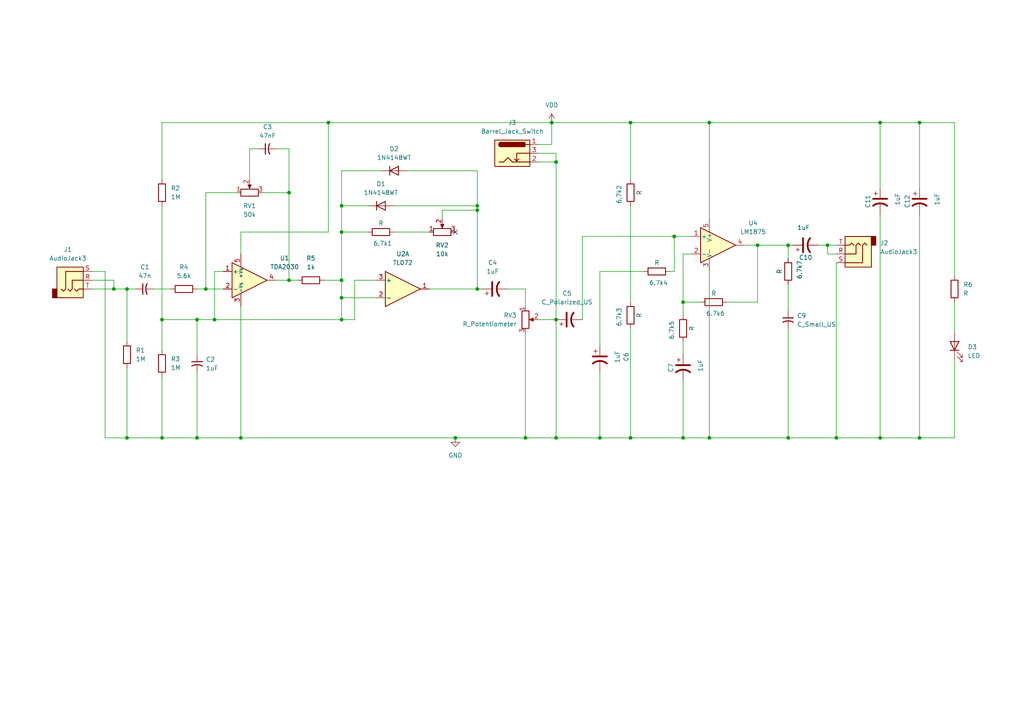
<source format=kicad_sch>
(kicad_sch
	(version 20250114)
	(generator "eeschema")
	(generator_version "9.0")
	(uuid "1befcedb-794a-4250-bfc9-5588f5aedbfc")
	(paper "A4")
	(lib_symbols
		(symbol "Amplifier_Audio:LM1875"
			(pin_names
				(offset 0.127)
			)
			(exclude_from_sim no)
			(in_bom yes)
			(on_board yes)
			(property "Reference" "U"
				(at 3.81 6.35 0)
				(effects
					(font
						(size 1.27 1.27)
					)
				)
			)
			(property "Value" "LM1875"
				(at 3.81 3.81 0)
				(effects
					(font
						(size 1.27 1.27)
					)
				)
			)
			(property "Footprint" "Package_TO_SOT_THT:TO-220-5_P3.4x3.7mm_StaggerOdd_Lead3.8mm_Vertical"
				(at 0 0 0)
				(effects
					(font
						(size 1.27 1.27)
						(italic yes)
					)
					(hide yes)
				)
			)
			(property "Datasheet" "http://www.ti.com/lit/ds/symlink/lm1875.pdf"
				(at 0 0 0)
				(effects
					(font
						(size 1.27 1.27)
					)
					(hide yes)
				)
			)
			(property "Description" "20W Audio Power Amplifier, TO-220-5"
				(at 0 0 0)
				(effects
					(font
						(size 1.27 1.27)
					)
					(hide yes)
				)
			)
			(property "ki_keywords" "audio amplifier"
				(at 0 0 0)
				(effects
					(font
						(size 1.27 1.27)
					)
					(hide yes)
				)
			)
			(property "ki_fp_filters" "TO?220*StaggerOdd*"
				(at 0 0 0)
				(effects
					(font
						(size 1.27 1.27)
					)
					(hide yes)
				)
			)
			(symbol "LM1875_0_1"
				(polyline
					(pts
						(xy -5.08 5.08) (xy 5.08 0) (xy -5.08 -5.08) (xy -5.08 5.08)
					)
					(stroke
						(width 0.254)
						(type default)
					)
					(fill
						(type background)
					)
				)
			)
			(symbol "LM1875_1_1"
				(pin input line
					(at -7.62 2.54 0)
					(length 2.54)
					(name "+"
						(effects
							(font
								(size 1.27 1.27)
							)
						)
					)
					(number "1"
						(effects
							(font
								(size 1.27 1.27)
							)
						)
					)
				)
				(pin input line
					(at -7.62 -2.54 0)
					(length 2.54)
					(name "-"
						(effects
							(font
								(size 1.27 1.27)
							)
						)
					)
					(number "2"
						(effects
							(font
								(size 1.27 1.27)
							)
						)
					)
				)
				(pin power_in line
					(at -2.54 7.62 270)
					(length 3.81)
					(name "V+"
						(effects
							(font
								(size 1.27 1.27)
							)
						)
					)
					(number "5"
						(effects
							(font
								(size 1.27 1.27)
							)
						)
					)
				)
				(pin power_in line
					(at -2.54 -7.62 90)
					(length 3.81)
					(name "V-"
						(effects
							(font
								(size 1.27 1.27)
							)
						)
					)
					(number "3"
						(effects
							(font
								(size 1.27 1.27)
							)
						)
					)
				)
				(pin output line
					(at 7.62 0 180)
					(length 2.54)
					(name "~"
						(effects
							(font
								(size 1.27 1.27)
							)
						)
					)
					(number "4"
						(effects
							(font
								(size 1.27 1.27)
							)
						)
					)
				)
			)
			(embedded_fonts no)
		)
		(symbol "Amplifier_Audio:TDA2030"
			(pin_names
				(offset 0.127)
			)
			(exclude_from_sim no)
			(in_bom yes)
			(on_board yes)
			(property "Reference" "U"
				(at 3.81 6.35 0)
				(effects
					(font
						(size 1.27 1.27)
					)
				)
			)
			(property "Value" "TDA2030"
				(at 3.81 3.81 0)
				(effects
					(font
						(size 1.27 1.27)
					)
				)
			)
			(property "Footprint" "Package_TO_SOT_THT:TO-220-5_P3.4x3.7mm_StaggerOdd_Lead3.8mm_Vertical"
				(at 0 0 0)
				(effects
					(font
						(size 1.27 1.27)
						(italic yes)
					)
					(hide yes)
				)
			)
			(property "Datasheet" "http://www.st.com/resource/en/datasheet/cd00000128.pdf"
				(at 0 0 0)
				(effects
					(font
						(size 1.27 1.27)
					)
					(hide yes)
				)
			)
			(property "Description" "14W Hi-Fi Audio Amplifier, TO-220-5"
				(at 0 0 0)
				(effects
					(font
						(size 1.27 1.27)
					)
					(hide yes)
				)
			)
			(property "ki_keywords" "audio amplifier"
				(at 0 0 0)
				(effects
					(font
						(size 1.27 1.27)
					)
					(hide yes)
				)
			)
			(property "ki_fp_filters" "TO*220*StaggerOdd*"
				(at 0 0 0)
				(effects
					(font
						(size 1.27 1.27)
					)
					(hide yes)
				)
			)
			(symbol "TDA2030_0_1"
				(polyline
					(pts
						(xy -5.08 5.08) (xy 5.08 0) (xy -5.08 -5.08) (xy -5.08 5.08)
					)
					(stroke
						(width 0.254)
						(type default)
					)
					(fill
						(type background)
					)
				)
			)
			(symbol "TDA2030_1_1"
				(pin input line
					(at -7.62 2.54 0)
					(length 2.54)
					(name "+"
						(effects
							(font
								(size 1.27 1.27)
							)
						)
					)
					(number "1"
						(effects
							(font
								(size 1.27 1.27)
							)
						)
					)
				)
				(pin input line
					(at -7.62 -2.54 0)
					(length 2.54)
					(name "-"
						(effects
							(font
								(size 1.27 1.27)
							)
						)
					)
					(number "2"
						(effects
							(font
								(size 1.27 1.27)
							)
						)
					)
				)
				(pin power_in line
					(at -2.54 7.62 270)
					(length 3.81)
					(name "+Vs"
						(effects
							(font
								(size 1.016 1.016)
							)
						)
					)
					(number "5"
						(effects
							(font
								(size 1.27 1.27)
							)
						)
					)
				)
				(pin power_in line
					(at -2.54 -7.62 90)
					(length 3.81)
					(name "-Vs"
						(effects
							(font
								(size 1.016 1.016)
							)
						)
					)
					(number "3"
						(effects
							(font
								(size 1.27 1.27)
							)
						)
					)
				)
				(pin output line
					(at 7.62 0 180)
					(length 2.54)
					(name "~"
						(effects
							(font
								(size 1.27 1.27)
							)
						)
					)
					(number "4"
						(effects
							(font
								(size 1.27 1.27)
							)
						)
					)
				)
			)
			(embedded_fonts no)
		)
		(symbol "Amplifier_Operational:TL072"
			(pin_names
				(offset 0.127)
			)
			(exclude_from_sim no)
			(in_bom yes)
			(on_board yes)
			(property "Reference" "U"
				(at 0 5.08 0)
				(effects
					(font
						(size 1.27 1.27)
					)
					(justify left)
				)
			)
			(property "Value" "TL072"
				(at 0 -5.08 0)
				(effects
					(font
						(size 1.27 1.27)
					)
					(justify left)
				)
			)
			(property "Footprint" ""
				(at 0 0 0)
				(effects
					(font
						(size 1.27 1.27)
					)
					(hide yes)
				)
			)
			(property "Datasheet" "http://www.ti.com/lit/ds/symlink/tl071.pdf"
				(at 0 0 0)
				(effects
					(font
						(size 1.27 1.27)
					)
					(hide yes)
				)
			)
			(property "Description" "Dual Low-Noise JFET-Input Operational Amplifiers, DIP-8/SOIC-8"
				(at 0 0 0)
				(effects
					(font
						(size 1.27 1.27)
					)
					(hide yes)
				)
			)
			(property "ki_locked" ""
				(at 0 0 0)
				(effects
					(font
						(size 1.27 1.27)
					)
				)
			)
			(property "ki_keywords" "dual opamp"
				(at 0 0 0)
				(effects
					(font
						(size 1.27 1.27)
					)
					(hide yes)
				)
			)
			(property "ki_fp_filters" "SOIC*3.9x4.9mm*P1.27mm* DIP*W7.62mm* TO*99* OnSemi*Micro8* TSSOP*3x3mm*P0.65mm* TSSOP*4.4x3mm*P0.65mm* MSOP*3x3mm*P0.65mm* SSOP*3.9x4.9mm*P0.635mm* LFCSP*2x2mm*P0.5mm* *SIP* SOIC*5.3x6.2mm*P1.27mm*"
				(at 0 0 0)
				(effects
					(font
						(size 1.27 1.27)
					)
					(hide yes)
				)
			)
			(symbol "TL072_1_1"
				(polyline
					(pts
						(xy -5.08 5.08) (xy 5.08 0) (xy -5.08 -5.08) (xy -5.08 5.08)
					)
					(stroke
						(width 0.254)
						(type default)
					)
					(fill
						(type background)
					)
				)
				(pin input line
					(at -7.62 2.54 0)
					(length 2.54)
					(name "+"
						(effects
							(font
								(size 1.27 1.27)
							)
						)
					)
					(number "3"
						(effects
							(font
								(size 1.27 1.27)
							)
						)
					)
				)
				(pin input line
					(at -7.62 -2.54 0)
					(length 2.54)
					(name "-"
						(effects
							(font
								(size 1.27 1.27)
							)
						)
					)
					(number "2"
						(effects
							(font
								(size 1.27 1.27)
							)
						)
					)
				)
				(pin output line
					(at 7.62 0 180)
					(length 2.54)
					(name "~"
						(effects
							(font
								(size 1.27 1.27)
							)
						)
					)
					(number "1"
						(effects
							(font
								(size 1.27 1.27)
							)
						)
					)
				)
			)
			(symbol "TL072_2_1"
				(polyline
					(pts
						(xy -5.08 5.08) (xy 5.08 0) (xy -5.08 -5.08) (xy -5.08 5.08)
					)
					(stroke
						(width 0.254)
						(type default)
					)
					(fill
						(type background)
					)
				)
				(pin input line
					(at -7.62 2.54 0)
					(length 2.54)
					(name "+"
						(effects
							(font
								(size 1.27 1.27)
							)
						)
					)
					(number "5"
						(effects
							(font
								(size 1.27 1.27)
							)
						)
					)
				)
				(pin input line
					(at -7.62 -2.54 0)
					(length 2.54)
					(name "-"
						(effects
							(font
								(size 1.27 1.27)
							)
						)
					)
					(number "6"
						(effects
							(font
								(size 1.27 1.27)
							)
						)
					)
				)
				(pin output line
					(at 7.62 0 180)
					(length 2.54)
					(name "~"
						(effects
							(font
								(size 1.27 1.27)
							)
						)
					)
					(number "7"
						(effects
							(font
								(size 1.27 1.27)
							)
						)
					)
				)
			)
			(symbol "TL072_3_1"
				(pin power_in line
					(at -2.54 7.62 270)
					(length 3.81)
					(name "V+"
						(effects
							(font
								(size 1.27 1.27)
							)
						)
					)
					(number "8"
						(effects
							(font
								(size 1.27 1.27)
							)
						)
					)
				)
				(pin power_in line
					(at -2.54 -7.62 90)
					(length 3.81)
					(name "V-"
						(effects
							(font
								(size 1.27 1.27)
							)
						)
					)
					(number "4"
						(effects
							(font
								(size 1.27 1.27)
							)
						)
					)
				)
			)
			(embedded_fonts no)
		)
		(symbol "Connector:Barrel_Jack_Switch"
			(pin_names
				(hide yes)
			)
			(exclude_from_sim no)
			(in_bom yes)
			(on_board yes)
			(property "Reference" "J"
				(at 0 5.334 0)
				(effects
					(font
						(size 1.27 1.27)
					)
				)
			)
			(property "Value" "Barrel_Jack_Switch"
				(at 0 -5.08 0)
				(effects
					(font
						(size 1.27 1.27)
					)
				)
			)
			(property "Footprint" ""
				(at 1.27 -1.016 0)
				(effects
					(font
						(size 1.27 1.27)
					)
					(hide yes)
				)
			)
			(property "Datasheet" "~"
				(at 1.27 -1.016 0)
				(effects
					(font
						(size 1.27 1.27)
					)
					(hide yes)
				)
			)
			(property "Description" "DC Barrel Jack with an internal switch"
				(at 0 0 0)
				(effects
					(font
						(size 1.27 1.27)
					)
					(hide yes)
				)
			)
			(property "ki_keywords" "DC power barrel jack connector"
				(at 0 0 0)
				(effects
					(font
						(size 1.27 1.27)
					)
					(hide yes)
				)
			)
			(property "ki_fp_filters" "BarrelJack*"
				(at 0 0 0)
				(effects
					(font
						(size 1.27 1.27)
					)
					(hide yes)
				)
			)
			(symbol "Barrel_Jack_Switch_0_1"
				(rectangle
					(start -5.08 3.81)
					(end 5.08 -3.81)
					(stroke
						(width 0.254)
						(type default)
					)
					(fill
						(type background)
					)
				)
				(polyline
					(pts
						(xy -3.81 -2.54) (xy -2.54 -2.54) (xy -1.27 -1.27) (xy 0 -2.54) (xy 2.54 -2.54) (xy 5.08 -2.54)
					)
					(stroke
						(width 0.254)
						(type default)
					)
					(fill
						(type none)
					)
				)
				(arc
					(start -3.302 1.905)
					(mid -3.9343 2.54)
					(end -3.302 3.175)
					(stroke
						(width 0.254)
						(type default)
					)
					(fill
						(type none)
					)
				)
				(arc
					(start -3.302 1.905)
					(mid -3.9343 2.54)
					(end -3.302 3.175)
					(stroke
						(width 0.254)
						(type default)
					)
					(fill
						(type outline)
					)
				)
				(polyline
					(pts
						(xy 1.27 -2.286) (xy 1.905 -1.651)
					)
					(stroke
						(width 0.254)
						(type default)
					)
					(fill
						(type none)
					)
				)
				(rectangle
					(start 3.683 3.175)
					(end -3.302 1.905)
					(stroke
						(width 0.254)
						(type default)
					)
					(fill
						(type outline)
					)
				)
				(polyline
					(pts
						(xy 5.08 2.54) (xy 3.81 2.54)
					)
					(stroke
						(width 0.254)
						(type default)
					)
					(fill
						(type none)
					)
				)
				(polyline
					(pts
						(xy 5.08 0) (xy 1.27 0) (xy 1.27 -2.286) (xy 0.635 -1.651)
					)
					(stroke
						(width 0.254)
						(type default)
					)
					(fill
						(type none)
					)
				)
			)
			(symbol "Barrel_Jack_Switch_1_1"
				(pin passive line
					(at 7.62 2.54 180)
					(length 2.54)
					(name "~"
						(effects
							(font
								(size 1.27 1.27)
							)
						)
					)
					(number "1"
						(effects
							(font
								(size 1.27 1.27)
							)
						)
					)
				)
				(pin passive line
					(at 7.62 0 180)
					(length 2.54)
					(name "~"
						(effects
							(font
								(size 1.27 1.27)
							)
						)
					)
					(number "3"
						(effects
							(font
								(size 1.27 1.27)
							)
						)
					)
				)
				(pin passive line
					(at 7.62 -2.54 180)
					(length 2.54)
					(name "~"
						(effects
							(font
								(size 1.27 1.27)
							)
						)
					)
					(number "2"
						(effects
							(font
								(size 1.27 1.27)
							)
						)
					)
				)
			)
			(embedded_fonts no)
		)
		(symbol "Connector_Audio:AudioJack3"
			(exclude_from_sim no)
			(in_bom yes)
			(on_board yes)
			(property "Reference" "J"
				(at 0 8.89 0)
				(effects
					(font
						(size 1.27 1.27)
					)
				)
			)
			(property "Value" "AudioJack3"
				(at 0 6.35 0)
				(effects
					(font
						(size 1.27 1.27)
					)
				)
			)
			(property "Footprint" ""
				(at 0 0 0)
				(effects
					(font
						(size 1.27 1.27)
					)
					(hide yes)
				)
			)
			(property "Datasheet" "~"
				(at 0 0 0)
				(effects
					(font
						(size 1.27 1.27)
					)
					(hide yes)
				)
			)
			(property "Description" "Audio Jack, 3 Poles (Stereo / TRS)"
				(at 0 0 0)
				(effects
					(font
						(size 1.27 1.27)
					)
					(hide yes)
				)
			)
			(property "ki_keywords" "audio jack receptacle stereo headphones phones TRS connector"
				(at 0 0 0)
				(effects
					(font
						(size 1.27 1.27)
					)
					(hide yes)
				)
			)
			(property "ki_fp_filters" "Jack*"
				(at 0 0 0)
				(effects
					(font
						(size 1.27 1.27)
					)
					(hide yes)
				)
			)
			(symbol "AudioJack3_0_1"
				(rectangle
					(start -5.08 -5.08)
					(end -6.35 -2.54)
					(stroke
						(width 0.254)
						(type default)
					)
					(fill
						(type outline)
					)
				)
				(polyline
					(pts
						(xy -1.905 -2.54) (xy -1.27 -3.175) (xy -0.635 -2.54) (xy -0.635 0) (xy 2.54 0)
					)
					(stroke
						(width 0.254)
						(type default)
					)
					(fill
						(type none)
					)
				)
				(polyline
					(pts
						(xy 0 -2.54) (xy 0.635 -3.175) (xy 1.27 -2.54) (xy 2.54 -2.54)
					)
					(stroke
						(width 0.254)
						(type default)
					)
					(fill
						(type none)
					)
				)
				(rectangle
					(start 2.54 3.81)
					(end -5.08 -5.08)
					(stroke
						(width 0.254)
						(type default)
					)
					(fill
						(type background)
					)
				)
				(polyline
					(pts
						(xy 2.54 2.54) (xy -2.54 2.54) (xy -2.54 -2.54) (xy -3.175 -3.175) (xy -3.81 -2.54)
					)
					(stroke
						(width 0.254)
						(type default)
					)
					(fill
						(type none)
					)
				)
			)
			(symbol "AudioJack3_1_1"
				(pin passive line
					(at 5.08 2.54 180)
					(length 2.54)
					(name "~"
						(effects
							(font
								(size 1.27 1.27)
							)
						)
					)
					(number "S"
						(effects
							(font
								(size 1.27 1.27)
							)
						)
					)
				)
				(pin passive line
					(at 5.08 0 180)
					(length 2.54)
					(name "~"
						(effects
							(font
								(size 1.27 1.27)
							)
						)
					)
					(number "R"
						(effects
							(font
								(size 1.27 1.27)
							)
						)
					)
				)
				(pin passive line
					(at 5.08 -2.54 180)
					(length 2.54)
					(name "~"
						(effects
							(font
								(size 1.27 1.27)
							)
						)
					)
					(number "T"
						(effects
							(font
								(size 1.27 1.27)
							)
						)
					)
				)
			)
			(embedded_fonts no)
		)
		(symbol "Device:C_Polarized_US"
			(pin_numbers
				(hide yes)
			)
			(pin_names
				(offset 0.254)
				(hide yes)
			)
			(exclude_from_sim no)
			(in_bom yes)
			(on_board yes)
			(property "Reference" "C"
				(at 0.635 2.54 0)
				(effects
					(font
						(size 1.27 1.27)
					)
					(justify left)
				)
			)
			(property "Value" "C_Polarized_US"
				(at 0.635 -2.54 0)
				(effects
					(font
						(size 1.27 1.27)
					)
					(justify left)
				)
			)
			(property "Footprint" ""
				(at 0 0 0)
				(effects
					(font
						(size 1.27 1.27)
					)
					(hide yes)
				)
			)
			(property "Datasheet" "~"
				(at 0 0 0)
				(effects
					(font
						(size 1.27 1.27)
					)
					(hide yes)
				)
			)
			(property "Description" "Polarized capacitor, US symbol"
				(at 0 0 0)
				(effects
					(font
						(size 1.27 1.27)
					)
					(hide yes)
				)
			)
			(property "ki_keywords" "cap capacitor"
				(at 0 0 0)
				(effects
					(font
						(size 1.27 1.27)
					)
					(hide yes)
				)
			)
			(property "ki_fp_filters" "CP_*"
				(at 0 0 0)
				(effects
					(font
						(size 1.27 1.27)
					)
					(hide yes)
				)
			)
			(symbol "C_Polarized_US_0_1"
				(polyline
					(pts
						(xy -2.032 0.762) (xy 2.032 0.762)
					)
					(stroke
						(width 0.508)
						(type default)
					)
					(fill
						(type none)
					)
				)
				(polyline
					(pts
						(xy -1.778 2.286) (xy -0.762 2.286)
					)
					(stroke
						(width 0)
						(type default)
					)
					(fill
						(type none)
					)
				)
				(polyline
					(pts
						(xy -1.27 1.778) (xy -1.27 2.794)
					)
					(stroke
						(width 0)
						(type default)
					)
					(fill
						(type none)
					)
				)
				(arc
					(start -2.032 -1.27)
					(mid 0 -0.5572)
					(end 2.032 -1.27)
					(stroke
						(width 0.508)
						(type default)
					)
					(fill
						(type none)
					)
				)
			)
			(symbol "C_Polarized_US_1_1"
				(pin passive line
					(at 0 3.81 270)
					(length 2.794)
					(name "~"
						(effects
							(font
								(size 1.27 1.27)
							)
						)
					)
					(number "1"
						(effects
							(font
								(size 1.27 1.27)
							)
						)
					)
				)
				(pin passive line
					(at 0 -3.81 90)
					(length 3.302)
					(name "~"
						(effects
							(font
								(size 1.27 1.27)
							)
						)
					)
					(number "2"
						(effects
							(font
								(size 1.27 1.27)
							)
						)
					)
				)
			)
			(embedded_fonts no)
		)
		(symbol "Device:C_Small_US"
			(pin_numbers
				(hide yes)
			)
			(pin_names
				(offset 0.254)
				(hide yes)
			)
			(exclude_from_sim no)
			(in_bom yes)
			(on_board yes)
			(property "Reference" "C"
				(at 0.254 1.778 0)
				(effects
					(font
						(size 1.27 1.27)
					)
					(justify left)
				)
			)
			(property "Value" "C_Small_US"
				(at 0.254 -2.032 0)
				(effects
					(font
						(size 1.27 1.27)
					)
					(justify left)
				)
			)
			(property "Footprint" ""
				(at 0 0 0)
				(effects
					(font
						(size 1.27 1.27)
					)
					(hide yes)
				)
			)
			(property "Datasheet" ""
				(at 0 0 0)
				(effects
					(font
						(size 1.27 1.27)
					)
					(hide yes)
				)
			)
			(property "Description" "capacitor, small US symbol"
				(at 0 0 0)
				(effects
					(font
						(size 1.27 1.27)
					)
					(hide yes)
				)
			)
			(property "ki_keywords" "cap capacitor"
				(at 0 0 0)
				(effects
					(font
						(size 1.27 1.27)
					)
					(hide yes)
				)
			)
			(property "ki_fp_filters" "C_*"
				(at 0 0 0)
				(effects
					(font
						(size 1.27 1.27)
					)
					(hide yes)
				)
			)
			(symbol "C_Small_US_0_1"
				(polyline
					(pts
						(xy -1.524 0.508) (xy 1.524 0.508)
					)
					(stroke
						(width 0.3048)
						(type default)
					)
					(fill
						(type none)
					)
				)
				(arc
					(start -1.524 -0.762)
					(mid 0 -0.3734)
					(end 1.524 -0.762)
					(stroke
						(width 0.3048)
						(type default)
					)
					(fill
						(type none)
					)
				)
			)
			(symbol "C_Small_US_1_1"
				(pin passive line
					(at 0 2.54 270)
					(length 2.032)
					(name "~"
						(effects
							(font
								(size 1.27 1.27)
							)
						)
					)
					(number "1"
						(effects
							(font
								(size 1.27 1.27)
							)
						)
					)
				)
				(pin passive line
					(at 0 -2.54 90)
					(length 2.032)
					(name "~"
						(effects
							(font
								(size 1.27 1.27)
							)
						)
					)
					(number "2"
						(effects
							(font
								(size 1.27 1.27)
							)
						)
					)
				)
			)
			(embedded_fonts no)
		)
		(symbol "Device:LED"
			(pin_numbers
				(hide yes)
			)
			(pin_names
				(offset 1.016)
				(hide yes)
			)
			(exclude_from_sim no)
			(in_bom yes)
			(on_board yes)
			(property "Reference" "D"
				(at 0 2.54 0)
				(effects
					(font
						(size 1.27 1.27)
					)
				)
			)
			(property "Value" "LED"
				(at 0 -2.54 0)
				(effects
					(font
						(size 1.27 1.27)
					)
				)
			)
			(property "Footprint" ""
				(at 0 0 0)
				(effects
					(font
						(size 1.27 1.27)
					)
					(hide yes)
				)
			)
			(property "Datasheet" "~"
				(at 0 0 0)
				(effects
					(font
						(size 1.27 1.27)
					)
					(hide yes)
				)
			)
			(property "Description" "Light emitting diode"
				(at 0 0 0)
				(effects
					(font
						(size 1.27 1.27)
					)
					(hide yes)
				)
			)
			(property "Sim.Pins" "1=K 2=A"
				(at 0 0 0)
				(effects
					(font
						(size 1.27 1.27)
					)
					(hide yes)
				)
			)
			(property "ki_keywords" "LED diode"
				(at 0 0 0)
				(effects
					(font
						(size 1.27 1.27)
					)
					(hide yes)
				)
			)
			(property "ki_fp_filters" "LED* LED_SMD:* LED_THT:*"
				(at 0 0 0)
				(effects
					(font
						(size 1.27 1.27)
					)
					(hide yes)
				)
			)
			(symbol "LED_0_1"
				(polyline
					(pts
						(xy -3.048 -0.762) (xy -4.572 -2.286) (xy -3.81 -2.286) (xy -4.572 -2.286) (xy -4.572 -1.524)
					)
					(stroke
						(width 0)
						(type default)
					)
					(fill
						(type none)
					)
				)
				(polyline
					(pts
						(xy -1.778 -0.762) (xy -3.302 -2.286) (xy -2.54 -2.286) (xy -3.302 -2.286) (xy -3.302 -1.524)
					)
					(stroke
						(width 0)
						(type default)
					)
					(fill
						(type none)
					)
				)
				(polyline
					(pts
						(xy -1.27 0) (xy 1.27 0)
					)
					(stroke
						(width 0)
						(type default)
					)
					(fill
						(type none)
					)
				)
				(polyline
					(pts
						(xy -1.27 -1.27) (xy -1.27 1.27)
					)
					(stroke
						(width 0.254)
						(type default)
					)
					(fill
						(type none)
					)
				)
				(polyline
					(pts
						(xy 1.27 -1.27) (xy 1.27 1.27) (xy -1.27 0) (xy 1.27 -1.27)
					)
					(stroke
						(width 0.254)
						(type default)
					)
					(fill
						(type none)
					)
				)
			)
			(symbol "LED_1_1"
				(pin passive line
					(at -3.81 0 0)
					(length 2.54)
					(name "K"
						(effects
							(font
								(size 1.27 1.27)
							)
						)
					)
					(number "1"
						(effects
							(font
								(size 1.27 1.27)
							)
						)
					)
				)
				(pin passive line
					(at 3.81 0 180)
					(length 2.54)
					(name "A"
						(effects
							(font
								(size 1.27 1.27)
							)
						)
					)
					(number "2"
						(effects
							(font
								(size 1.27 1.27)
							)
						)
					)
				)
			)
			(embedded_fonts no)
		)
		(symbol "Device:R"
			(pin_numbers
				(hide yes)
			)
			(pin_names
				(offset 0)
			)
			(exclude_from_sim no)
			(in_bom yes)
			(on_board yes)
			(property "Reference" "R"
				(at 2.032 0 90)
				(effects
					(font
						(size 1.27 1.27)
					)
				)
			)
			(property "Value" "R"
				(at 0 0 90)
				(effects
					(font
						(size 1.27 1.27)
					)
				)
			)
			(property "Footprint" ""
				(at -1.778 0 90)
				(effects
					(font
						(size 1.27 1.27)
					)
					(hide yes)
				)
			)
			(property "Datasheet" "~"
				(at 0 0 0)
				(effects
					(font
						(size 1.27 1.27)
					)
					(hide yes)
				)
			)
			(property "Description" "Resistor"
				(at 0 0 0)
				(effects
					(font
						(size 1.27 1.27)
					)
					(hide yes)
				)
			)
			(property "ki_keywords" "R res resistor"
				(at 0 0 0)
				(effects
					(font
						(size 1.27 1.27)
					)
					(hide yes)
				)
			)
			(property "ki_fp_filters" "R_*"
				(at 0 0 0)
				(effects
					(font
						(size 1.27 1.27)
					)
					(hide yes)
				)
			)
			(symbol "R_0_1"
				(rectangle
					(start -1.016 -2.54)
					(end 1.016 2.54)
					(stroke
						(width 0.254)
						(type default)
					)
					(fill
						(type none)
					)
				)
			)
			(symbol "R_1_1"
				(pin passive line
					(at 0 3.81 270)
					(length 1.27)
					(name "~"
						(effects
							(font
								(size 1.27 1.27)
							)
						)
					)
					(number "1"
						(effects
							(font
								(size 1.27 1.27)
							)
						)
					)
				)
				(pin passive line
					(at 0 -3.81 90)
					(length 1.27)
					(name "~"
						(effects
							(font
								(size 1.27 1.27)
							)
						)
					)
					(number "2"
						(effects
							(font
								(size 1.27 1.27)
							)
						)
					)
				)
			)
			(embedded_fonts no)
		)
		(symbol "Device:R_Potentiometer"
			(pin_names
				(offset 1.016)
				(hide yes)
			)
			(exclude_from_sim no)
			(in_bom yes)
			(on_board yes)
			(property "Reference" "RV"
				(at -4.445 0 90)
				(effects
					(font
						(size 1.27 1.27)
					)
				)
			)
			(property "Value" "R_Potentiometer"
				(at -2.54 0 90)
				(effects
					(font
						(size 1.27 1.27)
					)
				)
			)
			(property "Footprint" ""
				(at 0 0 0)
				(effects
					(font
						(size 1.27 1.27)
					)
					(hide yes)
				)
			)
			(property "Datasheet" "~"
				(at 0 0 0)
				(effects
					(font
						(size 1.27 1.27)
					)
					(hide yes)
				)
			)
			(property "Description" "Potentiometer"
				(at 0 0 0)
				(effects
					(font
						(size 1.27 1.27)
					)
					(hide yes)
				)
			)
			(property "ki_keywords" "resistor variable"
				(at 0 0 0)
				(effects
					(font
						(size 1.27 1.27)
					)
					(hide yes)
				)
			)
			(property "ki_fp_filters" "Potentiometer*"
				(at 0 0 0)
				(effects
					(font
						(size 1.27 1.27)
					)
					(hide yes)
				)
			)
			(symbol "R_Potentiometer_0_1"
				(rectangle
					(start 1.016 2.54)
					(end -1.016 -2.54)
					(stroke
						(width 0.254)
						(type default)
					)
					(fill
						(type none)
					)
				)
				(polyline
					(pts
						(xy 1.143 0) (xy 2.286 0.508) (xy 2.286 -0.508) (xy 1.143 0)
					)
					(stroke
						(width 0)
						(type default)
					)
					(fill
						(type outline)
					)
				)
				(polyline
					(pts
						(xy 2.54 0) (xy 1.524 0)
					)
					(stroke
						(width 0)
						(type default)
					)
					(fill
						(type none)
					)
				)
			)
			(symbol "R_Potentiometer_1_1"
				(pin passive line
					(at 0 3.81 270)
					(length 1.27)
					(name "1"
						(effects
							(font
								(size 1.27 1.27)
							)
						)
					)
					(number "1"
						(effects
							(font
								(size 1.27 1.27)
							)
						)
					)
				)
				(pin passive line
					(at 0 -3.81 90)
					(length 1.27)
					(name "3"
						(effects
							(font
								(size 1.27 1.27)
							)
						)
					)
					(number "3"
						(effects
							(font
								(size 1.27 1.27)
							)
						)
					)
				)
				(pin passive line
					(at 3.81 0 180)
					(length 1.27)
					(name "2"
						(effects
							(font
								(size 1.27 1.27)
							)
						)
					)
					(number "2"
						(effects
							(font
								(size 1.27 1.27)
							)
						)
					)
				)
			)
			(embedded_fonts no)
		)
		(symbol "Diode:1N4148WT"
			(pin_numbers
				(hide yes)
			)
			(pin_names
				(hide yes)
			)
			(exclude_from_sim no)
			(in_bom yes)
			(on_board yes)
			(property "Reference" "D"
				(at 0 2.54 0)
				(effects
					(font
						(size 1.27 1.27)
					)
				)
			)
			(property "Value" "1N4148WT"
				(at 0 -2.54 0)
				(effects
					(font
						(size 1.27 1.27)
					)
				)
			)
			(property "Footprint" "Diode_SMD:D_SOD-523"
				(at 0 -4.445 0)
				(effects
					(font
						(size 1.27 1.27)
					)
					(hide yes)
				)
			)
			(property "Datasheet" "https://www.diodes.com/assets/Datasheets/ds30396.pdf"
				(at 0 0 0)
				(effects
					(font
						(size 1.27 1.27)
					)
					(hide yes)
				)
			)
			(property "Description" "75V 0.15A Fast switching Diode, SOD-523"
				(at 0 0 0)
				(effects
					(font
						(size 1.27 1.27)
					)
					(hide yes)
				)
			)
			(property "Sim.Device" "D"
				(at 0 0 0)
				(effects
					(font
						(size 1.27 1.27)
					)
					(hide yes)
				)
			)
			(property "Sim.Pins" "1=K 2=A"
				(at 0 0 0)
				(effects
					(font
						(size 1.27 1.27)
					)
					(hide yes)
				)
			)
			(property "ki_keywords" "diode"
				(at 0 0 0)
				(effects
					(font
						(size 1.27 1.27)
					)
					(hide yes)
				)
			)
			(property "ki_fp_filters" "D*SOD?523*"
				(at 0 0 0)
				(effects
					(font
						(size 1.27 1.27)
					)
					(hide yes)
				)
			)
			(symbol "1N4148WT_0_1"
				(polyline
					(pts
						(xy -1.27 1.27) (xy -1.27 -1.27)
					)
					(stroke
						(width 0.254)
						(type default)
					)
					(fill
						(type none)
					)
				)
				(polyline
					(pts
						(xy 1.27 1.27) (xy 1.27 -1.27) (xy -1.27 0) (xy 1.27 1.27)
					)
					(stroke
						(width 0.254)
						(type default)
					)
					(fill
						(type none)
					)
				)
				(polyline
					(pts
						(xy 1.27 0) (xy -1.27 0)
					)
					(stroke
						(width 0)
						(type default)
					)
					(fill
						(type none)
					)
				)
			)
			(symbol "1N4148WT_1_1"
				(pin passive line
					(at -3.81 0 0)
					(length 2.54)
					(name "K"
						(effects
							(font
								(size 1.27 1.27)
							)
						)
					)
					(number "1"
						(effects
							(font
								(size 1.27 1.27)
							)
						)
					)
				)
				(pin passive line
					(at 3.81 0 180)
					(length 2.54)
					(name "A"
						(effects
							(font
								(size 1.27 1.27)
							)
						)
					)
					(number "2"
						(effects
							(font
								(size 1.27 1.27)
							)
						)
					)
				)
			)
			(embedded_fonts no)
		)
		(symbol "power:GND"
			(power)
			(pin_numbers
				(hide yes)
			)
			(pin_names
				(offset 0)
				(hide yes)
			)
			(exclude_from_sim no)
			(in_bom yes)
			(on_board yes)
			(property "Reference" "#PWR"
				(at 0 -6.35 0)
				(effects
					(font
						(size 1.27 1.27)
					)
					(hide yes)
				)
			)
			(property "Value" "GND"
				(at 0 -3.81 0)
				(effects
					(font
						(size 1.27 1.27)
					)
				)
			)
			(property "Footprint" ""
				(at 0 0 0)
				(effects
					(font
						(size 1.27 1.27)
					)
					(hide yes)
				)
			)
			(property "Datasheet" ""
				(at 0 0 0)
				(effects
					(font
						(size 1.27 1.27)
					)
					(hide yes)
				)
			)
			(property "Description" "Power symbol creates a global label with name \"GND\" , ground"
				(at 0 0 0)
				(effects
					(font
						(size 1.27 1.27)
					)
					(hide yes)
				)
			)
			(property "ki_keywords" "global power"
				(at 0 0 0)
				(effects
					(font
						(size 1.27 1.27)
					)
					(hide yes)
				)
			)
			(symbol "GND_0_1"
				(polyline
					(pts
						(xy 0 0) (xy 0 -1.27) (xy 1.27 -1.27) (xy 0 -2.54) (xy -1.27 -1.27) (xy 0 -1.27)
					)
					(stroke
						(width 0)
						(type default)
					)
					(fill
						(type none)
					)
				)
			)
			(symbol "GND_1_1"
				(pin power_in line
					(at 0 0 270)
					(length 0)
					(name "~"
						(effects
							(font
								(size 1.27 1.27)
							)
						)
					)
					(number "1"
						(effects
							(font
								(size 1.27 1.27)
							)
						)
					)
				)
			)
			(embedded_fonts no)
		)
		(symbol "power:VCC"
			(power)
			(pin_numbers
				(hide yes)
			)
			(pin_names
				(offset 0)
				(hide yes)
			)
			(exclude_from_sim no)
			(in_bom yes)
			(on_board yes)
			(property "Reference" "#PWR"
				(at 0 -3.81 0)
				(effects
					(font
						(size 1.27 1.27)
					)
					(hide yes)
				)
			)
			(property "Value" "VCC"
				(at 0 3.556 0)
				(effects
					(font
						(size 1.27 1.27)
					)
				)
			)
			(property "Footprint" ""
				(at 0 0 0)
				(effects
					(font
						(size 1.27 1.27)
					)
					(hide yes)
				)
			)
			(property "Datasheet" ""
				(at 0 0 0)
				(effects
					(font
						(size 1.27 1.27)
					)
					(hide yes)
				)
			)
			(property "Description" "Power symbol creates a global label with name \"VCC\""
				(at 0 0 0)
				(effects
					(font
						(size 1.27 1.27)
					)
					(hide yes)
				)
			)
			(property "ki_keywords" "global power"
				(at 0 0 0)
				(effects
					(font
						(size 1.27 1.27)
					)
					(hide yes)
				)
			)
			(symbol "VCC_0_1"
				(polyline
					(pts
						(xy -0.762 1.27) (xy 0 2.54)
					)
					(stroke
						(width 0)
						(type default)
					)
					(fill
						(type none)
					)
				)
				(polyline
					(pts
						(xy 0 2.54) (xy 0.762 1.27)
					)
					(stroke
						(width 0)
						(type default)
					)
					(fill
						(type none)
					)
				)
				(polyline
					(pts
						(xy 0 0) (xy 0 2.54)
					)
					(stroke
						(width 0)
						(type default)
					)
					(fill
						(type none)
					)
				)
			)
			(symbol "VCC_1_1"
				(pin power_in line
					(at 0 0 90)
					(length 0)
					(name "~"
						(effects
							(font
								(size 1.27 1.27)
							)
						)
					)
					(number "1"
						(effects
							(font
								(size 1.27 1.27)
							)
						)
					)
				)
			)
			(embedded_fonts no)
		)
	)
	(junction
		(at 240.03 71.12)
		(diameter 0)
		(color 0 0 0 0)
		(uuid "0042cb4e-8347-41c6-979c-8838a0579685")
	)
	(junction
		(at 266.7 127)
		(diameter 0)
		(color 0 0 0 0)
		(uuid "0b926724-af84-4210-a853-e267bf4f2893")
	)
	(junction
		(at 132.08 127)
		(diameter 0)
		(color 0 0 0 0)
		(uuid "0cde8553-37c3-44b6-b645-3d302e5cb2df")
	)
	(junction
		(at 152.4 127)
		(diameter 0)
		(color 0 0 0 0)
		(uuid "132b62c1-5c51-45bc-a37f-3e74b4322d81")
	)
	(junction
		(at 62.23 92.71)
		(diameter 0)
		(color 0 0 0 0)
		(uuid "16264739-577b-49c1-84c8-7a8c344b2025")
	)
	(junction
		(at 205.74 35.56)
		(diameter 0)
		(color 0 0 0 0)
		(uuid "19f368dd-8ef5-43b1-b4f6-e39c42a2edf4")
	)
	(junction
		(at 161.29 46.99)
		(diameter 0)
		(color 0 0 0 0)
		(uuid "21a490c2-b01b-4a1d-b78e-bc2864ed50d8")
	)
	(junction
		(at 46.99 127)
		(diameter 0)
		(color 0 0 0 0)
		(uuid "224e6e8d-bd78-4249-8f35-70fa0c2bcd75")
	)
	(junction
		(at 173.99 127)
		(diameter 0)
		(color 0 0 0 0)
		(uuid "26e88037-8fdd-4de4-90c4-f30896ab4686")
	)
	(junction
		(at 255.27 127)
		(diameter 0)
		(color 0 0 0 0)
		(uuid "2d81a7db-b4c8-42be-b4a5-d300366574e3")
	)
	(junction
		(at 99.06 59.69)
		(diameter 0)
		(color 0 0 0 0)
		(uuid "355263b5-ef17-4443-8554-cdbe14fa0573")
	)
	(junction
		(at 99.06 81.28)
		(diameter 0)
		(color 0 0 0 0)
		(uuid "36b79848-9b8a-4a44-a255-a166ca0893c0")
	)
	(junction
		(at 161.29 127)
		(diameter 0)
		(color 0 0 0 0)
		(uuid "3e76c5e4-7822-442e-8d76-f5c5db4950e0")
	)
	(junction
		(at 255.27 35.56)
		(diameter 0)
		(color 0 0 0 0)
		(uuid "41957f32-df55-49ed-9829-17f161ea3f5b")
	)
	(junction
		(at 228.6 127)
		(diameter 0)
		(color 0 0 0 0)
		(uuid "4d6155cb-2e71-46c4-a5a5-2a1ecd77e7d6")
	)
	(junction
		(at 36.83 83.82)
		(diameter 0)
		(color 0 0 0 0)
		(uuid "4fed93f9-a6bf-461f-9cc9-542a3c0b99de")
	)
	(junction
		(at 160.02 35.56)
		(diameter 0)
		(color 0 0 0 0)
		(uuid "58942e0c-0459-4b14-b621-65d1028f4ab4")
	)
	(junction
		(at 99.06 67.31)
		(diameter 0)
		(color 0 0 0 0)
		(uuid "595d7ca1-2cc4-415d-879c-94e7f151d8f5")
	)
	(junction
		(at 228.6 71.12)
		(diameter 0)
		(color 0 0 0 0)
		(uuid "7362a9c9-1814-46e7-8ee5-b5edbf3ca0e3")
	)
	(junction
		(at 138.43 60.96)
		(diameter 0)
		(color 0 0 0 0)
		(uuid "78f7ce79-5bde-40ae-805f-e5074b83e942")
	)
	(junction
		(at 138.43 83.82)
		(diameter 0)
		(color 0 0 0 0)
		(uuid "80a22cff-c9ae-48ee-beb6-0214e9e60728")
	)
	(junction
		(at 198.12 127)
		(diameter 0)
		(color 0 0 0 0)
		(uuid "82180ff7-d7f2-4b8c-878c-b8cf577e0b19")
	)
	(junction
		(at 138.43 59.69)
		(diameter 0)
		(color 0 0 0 0)
		(uuid "862f98a1-abd0-4acf-b5b0-dfc310dfd3a0")
	)
	(junction
		(at 57.15 127)
		(diameter 0)
		(color 0 0 0 0)
		(uuid "8ec2a1c0-708d-4af7-b748-2f481a06081f")
	)
	(junction
		(at 182.88 35.56)
		(diameter 0)
		(color 0 0 0 0)
		(uuid "90ad969f-6d10-41f7-8a10-699cd36fb6d3")
	)
	(junction
		(at 83.82 55.88)
		(diameter 0)
		(color 0 0 0 0)
		(uuid "a6f28d33-6046-4ce3-a491-db3acd753777")
	)
	(junction
		(at 99.06 92.71)
		(diameter 0)
		(color 0 0 0 0)
		(uuid "ad1acde9-1cca-486f-a325-a4066b18b8aa")
	)
	(junction
		(at 195.58 68.58)
		(diameter 0)
		(color 0 0 0 0)
		(uuid "c5046fe6-2fbb-4a05-a174-19e507f256e6")
	)
	(junction
		(at 182.88 127)
		(diameter 0)
		(color 0 0 0 0)
		(uuid "c9473750-fbf3-4e17-891a-e3956561ee5a")
	)
	(junction
		(at 219.71 71.12)
		(diameter 0)
		(color 0 0 0 0)
		(uuid "ca39e2e5-3b8e-4ffe-beca-61b5ac704197")
	)
	(junction
		(at 242.57 127)
		(diameter 0)
		(color 0 0 0 0)
		(uuid "caf3773d-f975-4801-a29a-2c23f8a9aa8d")
	)
	(junction
		(at 46.99 92.71)
		(diameter 0)
		(color 0 0 0 0)
		(uuid "cbf849fc-69bf-4771-8b90-2119c7cc0d71")
	)
	(junction
		(at 59.69 83.82)
		(diameter 0)
		(color 0 0 0 0)
		(uuid "cd1efe86-642f-401e-8ead-71d6e4e86cd4")
	)
	(junction
		(at 33.02 83.82)
		(diameter 0)
		(color 0 0 0 0)
		(uuid "cd6b5f37-0284-4220-ac37-f251aab608cb")
	)
	(junction
		(at 99.06 86.36)
		(diameter 0)
		(color 0 0 0 0)
		(uuid "cf7ed80a-bab8-4254-9f67-b6df28639ba6")
	)
	(junction
		(at 36.83 127)
		(diameter 0)
		(color 0 0 0 0)
		(uuid "d1192704-033d-43ba-9d28-79905786b57b")
	)
	(junction
		(at 205.74 127)
		(diameter 0)
		(color 0 0 0 0)
		(uuid "d11930b6-33af-40b5-a125-1d115d6fe7bc")
	)
	(junction
		(at 266.7 35.56)
		(diameter 0)
		(color 0 0 0 0)
		(uuid "d3c3b24e-19c1-4693-ac3f-24d5c016de6c")
	)
	(junction
		(at 83.82 81.28)
		(diameter 0)
		(color 0 0 0 0)
		(uuid "d6652a06-050c-4e5f-9850-866122c012ac")
	)
	(junction
		(at 69.85 127)
		(diameter 0)
		(color 0 0 0 0)
		(uuid "e467a364-7491-4a79-b0c4-0dc870ba631b")
	)
	(junction
		(at 95.25 35.56)
		(diameter 0)
		(color 0 0 0 0)
		(uuid "f680df7a-8de2-4c9b-8a7d-1a53a2c9b252")
	)
	(junction
		(at 161.29 92.71)
		(diameter 0)
		(color 0 0 0 0)
		(uuid "f73eaf09-28fb-4c5f-9515-a20424edd65c")
	)
	(junction
		(at 198.12 87.63)
		(diameter 0)
		(color 0 0 0 0)
		(uuid "f8efb929-041f-422d-89d0-5ac462888a36")
	)
	(junction
		(at 57.15 92.71)
		(diameter 0)
		(color 0 0 0 0)
		(uuid "fab38a08-aa1d-4c34-995e-61ccb23538c3")
	)
	(no_connect
		(at 132.08 67.31)
		(uuid "b3514a02-1a20-454d-9fbb-41a462a7c531")
	)
	(wire
		(pts
			(xy 99.06 86.36) (xy 99.06 92.71)
		)
		(stroke
			(width 0)
			(type default)
		)
		(uuid "00695e46-57e7-437f-a122-17d243f95ad8")
	)
	(wire
		(pts
			(xy 57.15 92.71) (xy 62.23 92.71)
		)
		(stroke
			(width 0)
			(type default)
		)
		(uuid "056935ae-2af4-42ec-a1e8-cc151cb89f77")
	)
	(wire
		(pts
			(xy 219.71 71.12) (xy 215.9 71.12)
		)
		(stroke
			(width 0)
			(type default)
		)
		(uuid "05ff05eb-3e57-4a4b-a311-8f731407e9fb")
	)
	(wire
		(pts
			(xy 46.99 35.56) (xy 95.25 35.56)
		)
		(stroke
			(width 0)
			(type default)
		)
		(uuid "06223880-070c-404a-910f-dc57ca5e06ec")
	)
	(wire
		(pts
			(xy 44.45 83.82) (xy 49.53 83.82)
		)
		(stroke
			(width 0)
			(type default)
		)
		(uuid "0713fd3e-2489-4e95-adc8-c13a5b6c3968")
	)
	(wire
		(pts
			(xy 182.88 127) (xy 198.12 127)
		)
		(stroke
			(width 0)
			(type default)
		)
		(uuid "073da347-566e-494a-b975-9cd8b4211db4")
	)
	(wire
		(pts
			(xy 255.27 62.23) (xy 255.27 127)
		)
		(stroke
			(width 0)
			(type default)
		)
		(uuid "0a366225-090e-4bdd-a338-c0d81c44eb5d")
	)
	(wire
		(pts
			(xy 276.86 104.14) (xy 276.86 127)
		)
		(stroke
			(width 0)
			(type default)
		)
		(uuid "0b9c4492-d087-45f1-90d9-b47567efce78")
	)
	(wire
		(pts
			(xy 46.99 109.22) (xy 46.99 127)
		)
		(stroke
			(width 0)
			(type default)
		)
		(uuid "0d451d0f-ef19-4050-92e4-63bfef58a935")
	)
	(wire
		(pts
			(xy 83.82 55.88) (xy 83.82 81.28)
		)
		(stroke
			(width 0)
			(type default)
		)
		(uuid "10062271-7c6d-4966-88bc-45c95bb7a917")
	)
	(wire
		(pts
			(xy 195.58 68.58) (xy 195.58 78.74)
		)
		(stroke
			(width 0)
			(type default)
		)
		(uuid "10d940c1-16b0-4340-86c8-14dc48a8869d")
	)
	(wire
		(pts
			(xy 205.74 78.74) (xy 205.74 127)
		)
		(stroke
			(width 0)
			(type default)
		)
		(uuid "1252188b-f15c-4726-9de8-9be064d52172")
	)
	(wire
		(pts
			(xy 46.99 59.69) (xy 46.99 92.71)
		)
		(stroke
			(width 0)
			(type default)
		)
		(uuid "14450d64-cdf6-44ca-9fa9-df1501ee971f")
	)
	(wire
		(pts
			(xy 99.06 86.36) (xy 109.22 86.36)
		)
		(stroke
			(width 0)
			(type default)
		)
		(uuid "15b81649-1d13-4113-ae84-3091691cc102")
	)
	(wire
		(pts
			(xy 114.3 59.69) (xy 138.43 59.69)
		)
		(stroke
			(width 0)
			(type default)
		)
		(uuid "1844928e-3dcf-4bd7-9489-b8400fc9e136")
	)
	(wire
		(pts
			(xy 128.27 60.96) (xy 138.43 60.96)
		)
		(stroke
			(width 0)
			(type default)
		)
		(uuid "1920a70d-0ab9-4e56-bf4e-b6619986db77")
	)
	(wire
		(pts
			(xy 237.49 71.12) (xy 240.03 71.12)
		)
		(stroke
			(width 0)
			(type default)
		)
		(uuid "1b308faf-371b-41e8-ab60-c8521930a90e")
	)
	(wire
		(pts
			(xy 228.6 71.12) (xy 228.6 74.93)
		)
		(stroke
			(width 0)
			(type default)
		)
		(uuid "1dfbfc25-58b5-48a5-8bdd-8c2194ff792f")
	)
	(wire
		(pts
			(xy 219.71 71.12) (xy 228.6 71.12)
		)
		(stroke
			(width 0)
			(type default)
		)
		(uuid "1e6b1743-609c-4f44-9a2c-7f3de8708429")
	)
	(wire
		(pts
			(xy 152.4 96.52) (xy 152.4 127)
		)
		(stroke
			(width 0)
			(type default)
		)
		(uuid "20b695ca-4fc0-44cc-b434-63fc3469154c")
	)
	(wire
		(pts
			(xy 138.43 60.96) (xy 138.43 83.82)
		)
		(stroke
			(width 0)
			(type default)
		)
		(uuid "2967bbfd-25b4-484a-956d-05ed95560952")
	)
	(wire
		(pts
			(xy 46.99 92.71) (xy 57.15 92.71)
		)
		(stroke
			(width 0)
			(type default)
		)
		(uuid "29a6a073-e8fc-4870-924e-89ec4ab8737d")
	)
	(wire
		(pts
			(xy 205.74 35.56) (xy 255.27 35.56)
		)
		(stroke
			(width 0)
			(type default)
		)
		(uuid "2b8dcfce-1cd4-4087-8fa3-98ac3948a9b3")
	)
	(wire
		(pts
			(xy 80.01 43.18) (xy 83.82 43.18)
		)
		(stroke
			(width 0)
			(type default)
		)
		(uuid "2c30b591-6562-4a02-b276-bbcadd6021ce")
	)
	(wire
		(pts
			(xy 59.69 55.88) (xy 68.58 55.88)
		)
		(stroke
			(width 0)
			(type default)
		)
		(uuid "31293236-0b69-41de-b173-f0450a0fb480")
	)
	(wire
		(pts
			(xy 138.43 59.69) (xy 138.43 60.96)
		)
		(stroke
			(width 0)
			(type default)
		)
		(uuid "3427a36d-dc7e-4e52-bdfd-220d365cfda4")
	)
	(wire
		(pts
			(xy 33.02 81.28) (xy 33.02 83.82)
		)
		(stroke
			(width 0)
			(type default)
		)
		(uuid "34ee15de-c0fd-440e-958a-53f1344cef2b")
	)
	(wire
		(pts
			(xy 276.86 87.63) (xy 276.86 96.52)
		)
		(stroke
			(width 0)
			(type default)
		)
		(uuid "354d9c85-0908-4218-904f-5a1fca573564")
	)
	(wire
		(pts
			(xy 138.43 83.82) (xy 139.7 83.82)
		)
		(stroke
			(width 0)
			(type default)
		)
		(uuid "35a38e8d-bdf1-4730-bb54-759b5a09de12")
	)
	(wire
		(pts
			(xy 205.74 35.56) (xy 205.74 63.5)
		)
		(stroke
			(width 0)
			(type default)
		)
		(uuid "366c3dda-3fb6-4d0f-ad46-e370c2d94785")
	)
	(wire
		(pts
			(xy 33.02 83.82) (xy 36.83 83.82)
		)
		(stroke
			(width 0)
			(type default)
		)
		(uuid "39bc2883-4c52-4425-b0b2-25ad6076ae9f")
	)
	(wire
		(pts
			(xy 83.82 81.28) (xy 86.36 81.28)
		)
		(stroke
			(width 0)
			(type default)
		)
		(uuid "3efd87cb-7f6a-465b-9d36-02cd00ddb349")
	)
	(wire
		(pts
			(xy 147.32 83.82) (xy 152.4 83.82)
		)
		(stroke
			(width 0)
			(type default)
		)
		(uuid "41018d38-376f-4a3a-949b-a1f51e5eec16")
	)
	(wire
		(pts
			(xy 57.15 107.95) (xy 57.15 127)
		)
		(stroke
			(width 0)
			(type default)
		)
		(uuid "459c2b0e-3fa5-4c05-9930-26f8f33449b6")
	)
	(wire
		(pts
			(xy 228.6 71.12) (xy 229.87 71.12)
		)
		(stroke
			(width 0)
			(type default)
		)
		(uuid "475f11fb-1e0d-4e79-9062-7f55868c51fc")
	)
	(wire
		(pts
			(xy 168.91 68.58) (xy 195.58 68.58)
		)
		(stroke
			(width 0)
			(type default)
		)
		(uuid "476eb784-9bd3-4576-818a-e0e75f519430")
	)
	(wire
		(pts
			(xy 62.23 78.74) (xy 62.23 92.71)
		)
		(stroke
			(width 0)
			(type default)
		)
		(uuid "484b7004-57ae-434f-96f9-aa1a99911b0a")
	)
	(wire
		(pts
			(xy 228.6 82.55) (xy 228.6 90.17)
		)
		(stroke
			(width 0)
			(type default)
		)
		(uuid "485c27a4-78f3-4f8a-af36-df54183372a0")
	)
	(wire
		(pts
			(xy 128.27 63.5) (xy 128.27 60.96)
		)
		(stroke
			(width 0)
			(type default)
		)
		(uuid "48ee908f-27a2-4756-b695-6ab02c19016a")
	)
	(wire
		(pts
			(xy 59.69 83.82) (xy 59.69 55.88)
		)
		(stroke
			(width 0)
			(type default)
		)
		(uuid "4aa89c06-8e08-44a4-8415-ce5f9cbc5b0d")
	)
	(wire
		(pts
			(xy 93.98 81.28) (xy 99.06 81.28)
		)
		(stroke
			(width 0)
			(type default)
		)
		(uuid "4ab345c0-f638-458e-83c9-b82bb5d0dd18")
	)
	(wire
		(pts
			(xy 173.99 127) (xy 182.88 127)
		)
		(stroke
			(width 0)
			(type default)
		)
		(uuid "4cf53478-fc61-40b6-b9a9-6c9c146961cb")
	)
	(wire
		(pts
			(xy 228.6 127) (xy 242.57 127)
		)
		(stroke
			(width 0)
			(type default)
		)
		(uuid "4f18c49e-7c10-4b3f-9f2d-63784b4ebf8e")
	)
	(wire
		(pts
			(xy 182.88 35.56) (xy 205.74 35.56)
		)
		(stroke
			(width 0)
			(type default)
		)
		(uuid "508359a1-7a93-4c34-94b3-d962ad67e2df")
	)
	(wire
		(pts
			(xy 195.58 68.58) (xy 200.66 68.58)
		)
		(stroke
			(width 0)
			(type default)
		)
		(uuid "52c45876-26ee-4260-a6b6-04c2594a902c")
	)
	(wire
		(pts
			(xy 198.12 127) (xy 205.74 127)
		)
		(stroke
			(width 0)
			(type default)
		)
		(uuid "535b675f-4dce-46ec-bf96-87b1b9407e06")
	)
	(wire
		(pts
			(xy 200.66 73.66) (xy 198.12 73.66)
		)
		(stroke
			(width 0)
			(type default)
		)
		(uuid "53916d05-dd8a-481f-8401-82addf0170ba")
	)
	(wire
		(pts
			(xy 99.06 67.31) (xy 99.06 81.28)
		)
		(stroke
			(width 0)
			(type default)
		)
		(uuid "5811414d-3aa7-4efd-a613-f99ec56a114a")
	)
	(wire
		(pts
			(xy 266.7 35.56) (xy 276.86 35.56)
		)
		(stroke
			(width 0)
			(type default)
		)
		(uuid "5a5b91eb-4a0e-427d-a6ee-84d944cf9a9f")
	)
	(wire
		(pts
			(xy 219.71 87.63) (xy 219.71 71.12)
		)
		(stroke
			(width 0)
			(type default)
		)
		(uuid "5a8c65c2-63ff-4ca6-8849-5dd1d3716e56")
	)
	(wire
		(pts
			(xy 36.83 106.68) (xy 36.83 127)
		)
		(stroke
			(width 0)
			(type default)
		)
		(uuid "5c502a39-ee84-4bbc-a323-994a90e957e4")
	)
	(wire
		(pts
			(xy 168.91 68.58) (xy 168.91 92.71)
		)
		(stroke
			(width 0)
			(type default)
		)
		(uuid "61ff331a-ab7b-469c-95e8-bca80032e662")
	)
	(wire
		(pts
			(xy 198.12 87.63) (xy 203.2 87.63)
		)
		(stroke
			(width 0)
			(type default)
		)
		(uuid "65f989e8-382c-412f-92bf-5901da63f22c")
	)
	(wire
		(pts
			(xy 255.27 127) (xy 266.7 127)
		)
		(stroke
			(width 0)
			(type default)
		)
		(uuid "69786e66-b8a5-4895-876a-4d1df5a375ca")
	)
	(wire
		(pts
			(xy 72.39 52.07) (xy 72.39 43.18)
		)
		(stroke
			(width 0)
			(type default)
		)
		(uuid "6d683440-6cbe-45a6-b4cd-a437e3e7d718")
	)
	(wire
		(pts
			(xy 95.25 35.56) (xy 160.02 35.56)
		)
		(stroke
			(width 0)
			(type default)
		)
		(uuid "6ed04925-ff4b-49ff-b8c7-0fa238728777")
	)
	(wire
		(pts
			(xy 72.39 43.18) (xy 74.93 43.18)
		)
		(stroke
			(width 0)
			(type default)
		)
		(uuid "708793a4-455b-43ae-880e-b1fec974d3ef")
	)
	(wire
		(pts
			(xy 228.6 95.25) (xy 228.6 127)
		)
		(stroke
			(width 0)
			(type default)
		)
		(uuid "710d2f64-5f5b-464e-8867-bbc06eb9aa8e")
	)
	(wire
		(pts
			(xy 138.43 49.53) (xy 118.11 49.53)
		)
		(stroke
			(width 0)
			(type default)
		)
		(uuid "71cf2b93-7862-4fb2-8598-6a5fd6babf68")
	)
	(wire
		(pts
			(xy 152.4 83.82) (xy 152.4 88.9)
		)
		(stroke
			(width 0)
			(type default)
		)
		(uuid "727adfcd-7009-459f-85fe-1b9c2053a218")
	)
	(wire
		(pts
			(xy 198.12 87.63) (xy 198.12 91.44)
		)
		(stroke
			(width 0)
			(type default)
		)
		(uuid "761ca1e6-c365-49d0-bd7e-5c9ed757fe1f")
	)
	(wire
		(pts
			(xy 161.29 92.71) (xy 161.29 127)
		)
		(stroke
			(width 0)
			(type default)
		)
		(uuid "76467e20-6f3e-4249-ba63-3e15c0b389e7")
	)
	(wire
		(pts
			(xy 57.15 83.82) (xy 59.69 83.82)
		)
		(stroke
			(width 0)
			(type default)
		)
		(uuid "766e6f5e-91f2-45f8-afa8-813335f6d2b6")
	)
	(wire
		(pts
			(xy 80.01 81.28) (xy 83.82 81.28)
		)
		(stroke
			(width 0)
			(type default)
		)
		(uuid "77a12b6b-ac38-4f09-85ee-0d3b90fc755d")
	)
	(wire
		(pts
			(xy 36.83 83.82) (xy 39.37 83.82)
		)
		(stroke
			(width 0)
			(type default)
		)
		(uuid "781d5eac-860b-4bdd-b54d-70f2c48a9406")
	)
	(wire
		(pts
			(xy 173.99 107.95) (xy 173.99 127)
		)
		(stroke
			(width 0)
			(type default)
		)
		(uuid "7c2c74b3-6585-4554-a60a-da9d1905e655")
	)
	(wire
		(pts
			(xy 46.99 92.71) (xy 46.99 101.6)
		)
		(stroke
			(width 0)
			(type default)
		)
		(uuid "85347173-6517-41bc-899e-8aad03e84204")
	)
	(wire
		(pts
			(xy 182.88 59.69) (xy 182.88 87.63)
		)
		(stroke
			(width 0)
			(type default)
		)
		(uuid "86202d0f-db6e-4a76-989e-c0f4a8441573")
	)
	(wire
		(pts
			(xy 161.29 127) (xy 173.99 127)
		)
		(stroke
			(width 0)
			(type default)
		)
		(uuid "8746a275-6757-4522-87a3-e00838e3c121")
	)
	(wire
		(pts
			(xy 124.46 83.82) (xy 138.43 83.82)
		)
		(stroke
			(width 0)
			(type default)
		)
		(uuid "87cacfa2-175c-4e9d-bf4b-3b11453adfd5")
	)
	(wire
		(pts
			(xy 205.74 127) (xy 228.6 127)
		)
		(stroke
			(width 0)
			(type default)
		)
		(uuid "88834df8-acc5-48f1-9256-f2cf747ee344")
	)
	(wire
		(pts
			(xy 182.88 95.25) (xy 182.88 127)
		)
		(stroke
			(width 0)
			(type default)
		)
		(uuid "890111d9-d792-4f73-9c81-b02bd9d10375")
	)
	(wire
		(pts
			(xy 198.12 110.49) (xy 198.12 127)
		)
		(stroke
			(width 0)
			(type default)
		)
		(uuid "8c3cf5e2-abd1-46e2-9eef-4ead6d5b61c3")
	)
	(wire
		(pts
			(xy 30.48 127) (xy 36.83 127)
		)
		(stroke
			(width 0)
			(type default)
		)
		(uuid "8cafaac0-c344-4711-8839-bb037ae201b4")
	)
	(wire
		(pts
			(xy 276.86 35.56) (xy 276.86 80.01)
		)
		(stroke
			(width 0)
			(type default)
		)
		(uuid "91c83fbf-9c75-49a6-8e53-78aae48e43ae")
	)
	(wire
		(pts
			(xy 132.08 127) (xy 152.4 127)
		)
		(stroke
			(width 0)
			(type default)
		)
		(uuid "91e6620d-616c-466d-98c6-b055c4ae2e9e")
	)
	(wire
		(pts
			(xy 57.15 92.71) (xy 57.15 102.87)
		)
		(stroke
			(width 0)
			(type default)
		)
		(uuid "95edbcff-a8dc-451e-90eb-618201c31ad8")
	)
	(wire
		(pts
			(xy 198.12 99.06) (xy 198.12 102.87)
		)
		(stroke
			(width 0)
			(type default)
		)
		(uuid "96fa1241-5926-483b-a406-ad9e1c45652f")
	)
	(wire
		(pts
			(xy 62.23 92.71) (xy 99.06 92.71)
		)
		(stroke
			(width 0)
			(type default)
		)
		(uuid "98530612-0fed-456b-8b28-ea812f7b2fa5")
	)
	(wire
		(pts
			(xy 152.4 127) (xy 161.29 127)
		)
		(stroke
			(width 0)
			(type default)
		)
		(uuid "990e4182-1f9c-4ec1-b85f-7737dbe8b8e5")
	)
	(wire
		(pts
			(xy 266.7 35.56) (xy 266.7 54.61)
		)
		(stroke
			(width 0)
			(type default)
		)
		(uuid "9920c1a5-7c17-4ad4-aae7-509434c78610")
	)
	(wire
		(pts
			(xy 99.06 59.69) (xy 106.68 59.69)
		)
		(stroke
			(width 0)
			(type default)
		)
		(uuid "99236b5b-b73b-49c8-b9aa-9052e332af0e")
	)
	(wire
		(pts
			(xy 36.83 83.82) (xy 36.83 99.06)
		)
		(stroke
			(width 0)
			(type default)
		)
		(uuid "996190c5-ef61-4e14-be80-fe01d98a2799")
	)
	(wire
		(pts
			(xy 161.29 46.99) (xy 161.29 92.71)
		)
		(stroke
			(width 0)
			(type default)
		)
		(uuid "99add7b8-dbb8-4e71-a22e-fc353630cf3e")
	)
	(wire
		(pts
			(xy 182.88 35.56) (xy 182.88 52.07)
		)
		(stroke
			(width 0)
			(type default)
		)
		(uuid "99df674a-03e6-49da-96c2-ccbc4366cb0e")
	)
	(wire
		(pts
			(xy 26.67 83.82) (xy 33.02 83.82)
		)
		(stroke
			(width 0)
			(type default)
		)
		(uuid "9d776991-b54c-45c4-847f-771a5b187397")
	)
	(wire
		(pts
			(xy 114.3 67.31) (xy 124.46 67.31)
		)
		(stroke
			(width 0)
			(type default)
		)
		(uuid "a15d3831-02b0-4460-acda-77087e696126")
	)
	(wire
		(pts
			(xy 110.49 49.53) (xy 99.06 49.53)
		)
		(stroke
			(width 0)
			(type default)
		)
		(uuid "a27f8cf8-30fe-47a8-a93b-8ed27a95364a")
	)
	(wire
		(pts
			(xy 266.7 62.23) (xy 266.7 127)
		)
		(stroke
			(width 0)
			(type default)
		)
		(uuid "a3d1f6fa-429e-4126-9f43-853dd59a70b3")
	)
	(wire
		(pts
			(xy 160.02 35.56) (xy 182.88 35.56)
		)
		(stroke
			(width 0)
			(type default)
		)
		(uuid "a5e7dc61-cae4-427b-9f2b-113f2b6a89ca")
	)
	(wire
		(pts
			(xy 210.82 87.63) (xy 219.71 87.63)
		)
		(stroke
			(width 0)
			(type default)
		)
		(uuid "a6ee76e7-c543-4939-8ccf-00ea66131a1d")
	)
	(wire
		(pts
			(xy 156.21 92.71) (xy 161.29 92.71)
		)
		(stroke
			(width 0)
			(type default)
		)
		(uuid "a765dda0-efd1-41c6-8c26-efad0f9ca17a")
	)
	(wire
		(pts
			(xy 138.43 49.53) (xy 138.43 59.69)
		)
		(stroke
			(width 0)
			(type default)
		)
		(uuid "a9976d50-93e7-47db-aa21-4c16468906af")
	)
	(wire
		(pts
			(xy 76.2 55.88) (xy 83.82 55.88)
		)
		(stroke
			(width 0)
			(type default)
		)
		(uuid "a9c68a58-04f0-43ea-8f50-5d35179c3daf")
	)
	(wire
		(pts
			(xy 95.25 67.31) (xy 95.25 35.56)
		)
		(stroke
			(width 0)
			(type default)
		)
		(uuid "ab47d7fc-7382-457d-8637-23d4aa4a7a13")
	)
	(wire
		(pts
			(xy 161.29 44.45) (xy 161.29 46.99)
		)
		(stroke
			(width 0)
			(type default)
		)
		(uuid "ad837b8a-0d98-4b79-a316-86d3484df60b")
	)
	(wire
		(pts
			(xy 30.48 78.74) (xy 30.48 127)
		)
		(stroke
			(width 0)
			(type default)
		)
		(uuid "add697ec-718c-4ed9-9707-ca6eac0eaa62")
	)
	(wire
		(pts
			(xy 266.7 127) (xy 276.86 127)
		)
		(stroke
			(width 0)
			(type default)
		)
		(uuid "adec6f6b-47a2-40e5-97ae-16a6cc70e0c5")
	)
	(wire
		(pts
			(xy 156.21 41.91) (xy 160.02 41.91)
		)
		(stroke
			(width 0)
			(type default)
		)
		(uuid "ae1a6cef-1aac-497c-b61d-4d2317561ed3")
	)
	(wire
		(pts
			(xy 255.27 35.56) (xy 266.7 35.56)
		)
		(stroke
			(width 0)
			(type default)
		)
		(uuid "b009ccf7-ed4b-485c-966f-a6c5dd1ef3a0")
	)
	(wire
		(pts
			(xy 57.15 127) (xy 69.85 127)
		)
		(stroke
			(width 0)
			(type default)
		)
		(uuid "b23c555e-4f92-4e97-835c-5f698c57e8b0")
	)
	(wire
		(pts
			(xy 69.85 73.66) (xy 69.85 67.31)
		)
		(stroke
			(width 0)
			(type default)
		)
		(uuid "b3aab7b7-e3d8-487d-a564-b7e4ca603d1f")
	)
	(wire
		(pts
			(xy 69.85 127) (xy 132.08 127)
		)
		(stroke
			(width 0)
			(type default)
		)
		(uuid "b4192e6e-1eef-44d3-ba02-73a5b6408032")
	)
	(wire
		(pts
			(xy 59.69 83.82) (xy 64.77 83.82)
		)
		(stroke
			(width 0)
			(type default)
		)
		(uuid "b6b446ab-9d33-4595-9c52-e916f009bcb0")
	)
	(wire
		(pts
			(xy 69.85 88.9) (xy 69.85 127)
		)
		(stroke
			(width 0)
			(type default)
		)
		(uuid "ba7f574d-84e4-4349-a6eb-55973df54f30")
	)
	(wire
		(pts
			(xy 69.85 67.31) (xy 95.25 67.31)
		)
		(stroke
			(width 0)
			(type default)
		)
		(uuid "bae9d3a0-bf0a-49a9-a9d4-4cfaacff23fb")
	)
	(wire
		(pts
			(xy 36.83 127) (xy 46.99 127)
		)
		(stroke
			(width 0)
			(type default)
		)
		(uuid "bd8f75bc-5781-4a19-9799-e65c1be4dd60")
	)
	(wire
		(pts
			(xy 99.06 81.28) (xy 99.06 86.36)
		)
		(stroke
			(width 0)
			(type default)
		)
		(uuid "bdc2efda-5be7-492f-9c5c-dc2bfd945d2b")
	)
	(wire
		(pts
			(xy 240.03 71.12) (xy 242.57 71.12)
		)
		(stroke
			(width 0)
			(type default)
		)
		(uuid "bf778caa-3ab5-4c90-b630-0c290ca9360d")
	)
	(wire
		(pts
			(xy 99.06 92.71) (xy 102.87 92.71)
		)
		(stroke
			(width 0)
			(type default)
		)
		(uuid "c2b26e08-cb29-430c-9fb6-e3f4b2d055da")
	)
	(wire
		(pts
			(xy 64.77 78.74) (xy 62.23 78.74)
		)
		(stroke
			(width 0)
			(type default)
		)
		(uuid "c4d05d80-3699-42ad-af5d-6d2cca4f440c")
	)
	(wire
		(pts
			(xy 173.99 78.74) (xy 173.99 100.33)
		)
		(stroke
			(width 0)
			(type default)
		)
		(uuid "c571df7f-860a-48d5-a053-eb36e9e9844b")
	)
	(wire
		(pts
			(xy 156.21 44.45) (xy 161.29 44.45)
		)
		(stroke
			(width 0)
			(type default)
		)
		(uuid "c6d6330a-74ed-4324-acc2-852a534b1136")
	)
	(wire
		(pts
			(xy 242.57 73.66) (xy 240.03 73.66)
		)
		(stroke
			(width 0)
			(type default)
		)
		(uuid "cab881ff-20d5-4e12-8783-cac78db96fd7")
	)
	(wire
		(pts
			(xy 46.99 35.56) (xy 46.99 52.07)
		)
		(stroke
			(width 0)
			(type default)
		)
		(uuid "d07eedc2-3afc-436f-bdf6-b4aec6a6d2b3")
	)
	(wire
		(pts
			(xy 26.67 78.74) (xy 30.48 78.74)
		)
		(stroke
			(width 0)
			(type default)
		)
		(uuid "d09f0903-d886-4ef6-8258-4a897cb3e436")
	)
	(wire
		(pts
			(xy 102.87 81.28) (xy 102.87 92.71)
		)
		(stroke
			(width 0)
			(type default)
		)
		(uuid "d270e981-3d73-4de8-9a7d-fae92a1a572d")
	)
	(wire
		(pts
			(xy 195.58 78.74) (xy 194.31 78.74)
		)
		(stroke
			(width 0)
			(type default)
		)
		(uuid "d31ff810-fb72-4f8d-bbef-026ed874d31f")
	)
	(wire
		(pts
			(xy 83.82 43.18) (xy 83.82 55.88)
		)
		(stroke
			(width 0)
			(type default)
		)
		(uuid "d846a0e6-507c-484d-81ab-53a517c2c567")
	)
	(wire
		(pts
			(xy 198.12 73.66) (xy 198.12 87.63)
		)
		(stroke
			(width 0)
			(type default)
		)
		(uuid "dbea0e46-045b-4b81-bdb3-4e22c7988e7c")
	)
	(wire
		(pts
			(xy 26.67 81.28) (xy 33.02 81.28)
		)
		(stroke
			(width 0)
			(type default)
		)
		(uuid "dcd07c0d-d05f-4d06-892d-fc88995b8d58")
	)
	(wire
		(pts
			(xy 156.21 46.99) (xy 161.29 46.99)
		)
		(stroke
			(width 0)
			(type default)
		)
		(uuid "dcd1e44f-cea5-4589-ae65-5216ce6a606e")
	)
	(wire
		(pts
			(xy 160.02 41.91) (xy 160.02 35.56)
		)
		(stroke
			(width 0)
			(type default)
		)
		(uuid "de9073af-2632-406f-b350-429b821b8d45")
	)
	(wire
		(pts
			(xy 109.22 81.28) (xy 102.87 81.28)
		)
		(stroke
			(width 0)
			(type default)
		)
		(uuid "dfcab1fb-5a11-44fc-90e3-b53d50ccfa17")
	)
	(wire
		(pts
			(xy 186.69 78.74) (xy 173.99 78.74)
		)
		(stroke
			(width 0)
			(type default)
		)
		(uuid "e43614db-5ab6-4b69-adfc-c272f5864977")
	)
	(wire
		(pts
			(xy 240.03 73.66) (xy 240.03 71.12)
		)
		(stroke
			(width 0)
			(type default)
		)
		(uuid "eaaa55a9-b0b9-4eaa-b8c4-b3a5bf0a4676")
	)
	(wire
		(pts
			(xy 242.57 76.2) (xy 242.57 127)
		)
		(stroke
			(width 0)
			(type default)
		)
		(uuid "ed98b8c9-800b-4488-a1bf-d8716d5bad6e")
	)
	(wire
		(pts
			(xy 255.27 35.56) (xy 255.27 54.61)
		)
		(stroke
			(width 0)
			(type default)
		)
		(uuid "f05e19bb-c7a4-4a79-b328-0e916943813b")
	)
	(wire
		(pts
			(xy 99.06 59.69) (xy 99.06 67.31)
		)
		(stroke
			(width 0)
			(type default)
		)
		(uuid "f23c355e-0b42-44e8-9b08-241db0ef419f")
	)
	(wire
		(pts
			(xy 46.99 127) (xy 57.15 127)
		)
		(stroke
			(width 0)
			(type default)
		)
		(uuid "f3d02d59-62fb-4d2d-a006-bae743af8ea8")
	)
	(wire
		(pts
			(xy 242.57 127) (xy 255.27 127)
		)
		(stroke
			(width 0)
			(type default)
		)
		(uuid "f429e886-75a4-416c-83fb-71f6e68e63b6")
	)
	(wire
		(pts
			(xy 99.06 49.53) (xy 99.06 59.69)
		)
		(stroke
			(width 0)
			(type default)
		)
		(uuid "f7ce976b-1737-47e0-a1a4-7ecdc4cd109a")
	)
	(wire
		(pts
			(xy 106.68 67.31) (xy 99.06 67.31)
		)
		(stroke
			(width 0)
			(type default)
		)
		(uuid "f92b0942-c793-4405-aa47-f3c42b662372")
	)
	(symbol
		(lib_id "Device:R")
		(at 53.34 83.82 270)
		(unit 1)
		(exclude_from_sim no)
		(in_bom yes)
		(on_board yes)
		(dnp no)
		(fields_autoplaced yes)
		(uuid "05addb4b-cc52-4e60-bc6f-a007929e6743")
		(property "Reference" "R4"
			(at 53.34 77.47 90)
			(effects
				(font
					(size 1.27 1.27)
				)
			)
		)
		(property "Value" "5.6k"
			(at 53.34 80.01 90)
			(effects
				(font
					(size 1.27 1.27)
				)
			)
		)
		(property "Footprint" "Capacitor_SMD:C_0402_1005Metric"
			(at 53.34 82.042 90)
			(effects
				(font
					(size 1.27 1.27)
				)
				(hide yes)
			)
		)
		(property "Datasheet" "~"
			(at 53.34 83.82 0)
			(effects
				(font
					(size 1.27 1.27)
				)
				(hide yes)
			)
		)
		(property "Description" "Resistor"
			(at 53.34 83.82 0)
			(effects
				(font
					(size 1.27 1.27)
				)
				(hide yes)
			)
		)
		(pin "1"
			(uuid "d6c987bb-9714-4ede-a359-ce9e51f8cada")
		)
		(pin "2"
			(uuid "6cd0b8f0-5696-4d83-95d4-2bd21dca612c")
		)
		(instances
			(project "guitar_amp"
				(path "/1befcedb-794a-4250-bfc9-5588f5aedbfc"
					(reference "R4")
					(unit 1)
				)
			)
		)
	)
	(symbol
		(lib_id "Device:C_Polarized_US")
		(at 143.51 83.82 90)
		(unit 1)
		(exclude_from_sim no)
		(in_bom yes)
		(on_board yes)
		(dnp no)
		(fields_autoplaced yes)
		(uuid "0f7fe9f4-b35c-4d20-917a-7f632718bcf4")
		(property "Reference" "C4"
			(at 142.875 76.2 90)
			(effects
				(font
					(size 1.27 1.27)
				)
			)
		)
		(property "Value" "1uF"
			(at 142.875 78.74 90)
			(effects
				(font
					(size 1.27 1.27)
				)
			)
		)
		(property "Footprint" "Capacitor_SMD:C_0402_1005Metric"
			(at 143.51 83.82 0)
			(effects
				(font
					(size 1.27 1.27)
				)
				(hide yes)
			)
		)
		(property "Datasheet" "~"
			(at 143.51 83.82 0)
			(effects
				(font
					(size 1.27 1.27)
				)
				(hide yes)
			)
		)
		(property "Description" "Polarized capacitor, US symbol"
			(at 143.51 83.82 0)
			(effects
				(font
					(size 1.27 1.27)
				)
				(hide yes)
			)
		)
		(pin "2"
			(uuid "029863be-1933-4ef0-a1a4-da6437381daa")
		)
		(pin "1"
			(uuid "6bc061ae-a8e6-4280-bb08-971e2ef61ab0")
		)
		(instances
			(project ""
				(path "/1befcedb-794a-4250-bfc9-5588f5aedbfc"
					(reference "C4")
					(unit 1)
				)
			)
		)
	)
	(symbol
		(lib_id "Device:R")
		(at 182.88 55.88 0)
		(unit 1)
		(exclude_from_sim no)
		(in_bom yes)
		(on_board yes)
		(dnp no)
		(uuid "144588f9-1274-4790-8966-ac16795f1811")
		(property "Reference" "6.7k2"
			(at 179.578 56.388 90)
			(effects
				(font
					(size 1.27 1.27)
				)
			)
		)
		(property "Value" "R"
			(at 185.42 55.88 90)
			(effects
				(font
					(size 1.27 1.27)
				)
			)
		)
		(property "Footprint" "Capacitor_SMD:C_0402_1005Metric"
			(at 181.102 55.88 90)
			(effects
				(font
					(size 1.27 1.27)
				)
				(hide yes)
			)
		)
		(property "Datasheet" "~"
			(at 182.88 55.88 0)
			(effects
				(font
					(size 1.27 1.27)
				)
				(hide yes)
			)
		)
		(property "Description" "Resistor"
			(at 182.88 55.88 0)
			(effects
				(font
					(size 1.27 1.27)
				)
				(hide yes)
			)
		)
		(pin "1"
			(uuid "12fc44bd-6164-447e-9b2f-60aed2623860")
		)
		(pin "2"
			(uuid "28e20010-80f6-4da8-9a1f-72e1fd854a62")
		)
		(instances
			(project "guitar_amp"
				(path "/1befcedb-794a-4250-bfc9-5588f5aedbfc"
					(reference "6.7k2")
					(unit 1)
				)
			)
		)
	)
	(symbol
		(lib_id "Device:R")
		(at 228.6 78.74 180)
		(unit 1)
		(exclude_from_sim no)
		(in_bom yes)
		(on_board yes)
		(dnp no)
		(uuid "1954598d-e1b8-4387-8368-38dc768e04ac")
		(property "Reference" "6.7k7"
			(at 231.902 78.232 90)
			(effects
				(font
					(size 1.27 1.27)
				)
			)
		)
		(property "Value" "R"
			(at 226.06 78.74 90)
			(effects
				(font
					(size 1.27 1.27)
				)
			)
		)
		(property "Footprint" "Capacitor_SMD:C_0402_1005Metric"
			(at 230.378 78.74 90)
			(effects
				(font
					(size 1.27 1.27)
				)
				(hide yes)
			)
		)
		(property "Datasheet" "~"
			(at 228.6 78.74 0)
			(effects
				(font
					(size 1.27 1.27)
				)
				(hide yes)
			)
		)
		(property "Description" "Resistor"
			(at 228.6 78.74 0)
			(effects
				(font
					(size 1.27 1.27)
				)
				(hide yes)
			)
		)
		(pin "1"
			(uuid "1e26e629-50c1-43a9-83bf-c117a9287dc6")
		)
		(pin "2"
			(uuid "085af4a6-8077-4d57-b61c-731c697239fe")
		)
		(instances
			(project "guitar_amp"
				(path "/1befcedb-794a-4250-bfc9-5588f5aedbfc"
					(reference "6.7k7")
					(unit 1)
				)
			)
		)
	)
	(symbol
		(lib_id "Device:R_Potentiometer")
		(at 72.39 55.88 90)
		(unit 1)
		(exclude_from_sim no)
		(in_bom yes)
		(on_board yes)
		(dnp no)
		(fields_autoplaced yes)
		(uuid "2752be36-8f18-4a47-a46b-2484d81bf61c")
		(property "Reference" "RV1"
			(at 72.39 59.69 90)
			(effects
				(font
					(size 1.27 1.27)
				)
			)
		)
		(property "Value" "50k"
			(at 72.39 62.23 90)
			(effects
				(font
					(size 1.27 1.27)
				)
			)
		)
		(property "Footprint" "TC33X-2-103E:TRIM_TC33X-2-103E"
			(at 72.39 55.88 0)
			(effects
				(font
					(size 1.27 1.27)
				)
				(hide yes)
			)
		)
		(property "Datasheet" "~"
			(at 72.39 55.88 0)
			(effects
				(font
					(size 1.27 1.27)
				)
				(hide yes)
			)
		)
		(property "Description" "Potentiometer"
			(at 72.39 55.88 0)
			(effects
				(font
					(size 1.27 1.27)
				)
				(hide yes)
			)
		)
		(pin "2"
			(uuid "a62938e3-f73c-402f-8ca4-4af5322fc899")
		)
		(pin "1"
			(uuid "e7ce7a1a-1fd2-4630-a401-2cf415720a09")
		)
		(pin "3"
			(uuid "a6e4eefc-5eda-416d-9543-ff914c25c749")
		)
		(instances
			(project "guitar_amp"
				(path "/1befcedb-794a-4250-bfc9-5588f5aedbfc"
					(reference "RV1")
					(unit 1)
				)
			)
		)
	)
	(symbol
		(lib_id "Device:C_Polarized_US")
		(at 266.7 58.42 0)
		(unit 1)
		(exclude_from_sim no)
		(in_bom yes)
		(on_board yes)
		(dnp no)
		(uuid "2d3b5dcc-ea98-4f3d-a3a8-28a66437075b")
		(property "Reference" "C12"
			(at 263.144 58.42 90)
			(effects
				(font
					(size 1.27 1.27)
				)
			)
		)
		(property "Value" "1uF"
			(at 271.78 57.785 90)
			(effects
				(font
					(size 1.27 1.27)
				)
			)
		)
		(property "Footprint" "Capacitor_SMD:C_0402_1005Metric"
			(at 266.7 58.42 0)
			(effects
				(font
					(size 1.27 1.27)
				)
				(hide yes)
			)
		)
		(property "Datasheet" "~"
			(at 266.7 58.42 0)
			(effects
				(font
					(size 1.27 1.27)
				)
				(hide yes)
			)
		)
		(property "Description" "Polarized capacitor, US symbol"
			(at 266.7 58.42 0)
			(effects
				(font
					(size 1.27 1.27)
				)
				(hide yes)
			)
		)
		(pin "2"
			(uuid "2432410f-1934-4dea-a649-b0505f64a4a2")
		)
		(pin "1"
			(uuid "ddb3b314-5fdd-4d9e-8ec1-002213665792")
		)
		(instances
			(project "guitar_amp"
				(path "/1befcedb-794a-4250-bfc9-5588f5aedbfc"
					(reference "C12")
					(unit 1)
				)
			)
		)
	)
	(symbol
		(lib_id "Device:R")
		(at 276.86 83.82 0)
		(unit 1)
		(exclude_from_sim no)
		(in_bom yes)
		(on_board yes)
		(dnp no)
		(fields_autoplaced yes)
		(uuid "2f82049d-13b7-49b2-ab33-b76c5808753b")
		(property "Reference" "R6"
			(at 279.4 82.5499 0)
			(effects
				(font
					(size 1.27 1.27)
				)
				(justify left)
			)
		)
		(property "Value" "R"
			(at 279.4 85.0899 0)
			(effects
				(font
					(size 1.27 1.27)
				)
				(justify left)
			)
		)
		(property "Footprint" "Capacitor_SMD:C_0402_1005Metric"
			(at 275.082 83.82 90)
			(effects
				(font
					(size 1.27 1.27)
				)
				(hide yes)
			)
		)
		(property "Datasheet" "~"
			(at 276.86 83.82 0)
			(effects
				(font
					(size 1.27 1.27)
				)
				(hide yes)
			)
		)
		(property "Description" "Resistor"
			(at 276.86 83.82 0)
			(effects
				(font
					(size 1.27 1.27)
				)
				(hide yes)
			)
		)
		(pin "2"
			(uuid "4f3c6de5-dbac-4400-a901-44336173ecab")
		)
		(pin "1"
			(uuid "4c112fbb-36b6-4272-99a8-cd79b6e6fa2c")
		)
		(instances
			(project ""
				(path "/1befcedb-794a-4250-bfc9-5588f5aedbfc"
					(reference "R6")
					(unit 1)
				)
			)
		)
	)
	(symbol
		(lib_id "Diode:1N4148WT")
		(at 114.3 49.53 0)
		(unit 1)
		(exclude_from_sim no)
		(in_bom yes)
		(on_board yes)
		(dnp no)
		(fields_autoplaced yes)
		(uuid "3e54bd98-1d38-4628-8c60-4138ae556f9f")
		(property "Reference" "D2"
			(at 114.3 43.18 0)
			(effects
				(font
					(size 1.27 1.27)
				)
			)
		)
		(property "Value" "1N4148WT"
			(at 114.3 45.72 0)
			(effects
				(font
					(size 1.27 1.27)
				)
			)
		)
		(property "Footprint" "Diode_SMD:D_SOD-523"
			(at 114.3 53.975 0)
			(effects
				(font
					(size 1.27 1.27)
				)
				(hide yes)
			)
		)
		(property "Datasheet" "https://www.diodes.com/assets/Datasheets/ds30396.pdf"
			(at 114.3 49.53 0)
			(effects
				(font
					(size 1.27 1.27)
				)
				(hide yes)
			)
		)
		(property "Description" "75V 0.15A Fast switching Diode, SOD-523"
			(at 114.3 49.53 0)
			(effects
				(font
					(size 1.27 1.27)
				)
				(hide yes)
			)
		)
		(property "Sim.Device" "D"
			(at 114.3 49.53 0)
			(effects
				(font
					(size 1.27 1.27)
				)
				(hide yes)
			)
		)
		(property "Sim.Pins" "1=K 2=A"
			(at 114.3 49.53 0)
			(effects
				(font
					(size 1.27 1.27)
				)
				(hide yes)
			)
		)
		(pin "2"
			(uuid "efaaf460-7fbb-4cca-b96b-ed5fee8f33db")
		)
		(pin "1"
			(uuid "c1c8ca5f-761d-40a6-a6d1-7873474f75d4")
		)
		(instances
			(project ""
				(path "/1befcedb-794a-4250-bfc9-5588f5aedbfc"
					(reference "D2")
					(unit 1)
				)
			)
		)
	)
	(symbol
		(lib_id "Amplifier_Audio:LM1875")
		(at 208.28 71.12 0)
		(unit 1)
		(exclude_from_sim no)
		(in_bom yes)
		(on_board yes)
		(dnp no)
		(fields_autoplaced yes)
		(uuid "480a3ce0-56c3-4975-a836-8180a8295418")
		(property "Reference" "U4"
			(at 218.44 64.6998 0)
			(effects
				(font
					(size 1.27 1.27)
				)
			)
		)
		(property "Value" "LM1875"
			(at 218.44 67.2398 0)
			(effects
				(font
					(size 1.27 1.27)
				)
			)
		)
		(property "Footprint" "Package_TO_SOT_THT:TO-220-5_P3.4x3.7mm_StaggerOdd_Lead3.8mm_Vertical"
			(at 208.28 71.12 0)
			(effects
				(font
					(size 1.27 1.27)
					(italic yes)
				)
				(hide yes)
			)
		)
		(property "Datasheet" "http://www.ti.com/lit/ds/symlink/lm1875.pdf"
			(at 208.28 71.12 0)
			(effects
				(font
					(size 1.27 1.27)
				)
				(hide yes)
			)
		)
		(property "Description" "20W Audio Power Amplifier, TO-220-5"
			(at 208.28 71.12 0)
			(effects
				(font
					(size 1.27 1.27)
				)
				(hide yes)
			)
		)
		(pin "3"
			(uuid "e19ef81d-1247-4878-b1b8-f130c9fa2ac4")
		)
		(pin "1"
			(uuid "def7a3fc-74f1-48c2-8adc-91b256b33d8d")
		)
		(pin "2"
			(uuid "1bbe7123-3ea9-4d0b-a50a-878ecf2b1846")
		)
		(pin "5"
			(uuid "f18b5d4f-8680-4203-b576-db62f9fe6d47")
		)
		(pin "4"
			(uuid "fcfcf42d-d8e2-4263-80c9-7eca2bb3935e")
		)
		(instances
			(project ""
				(path "/1befcedb-794a-4250-bfc9-5588f5aedbfc"
					(reference "U4")
					(unit 1)
				)
			)
		)
	)
	(symbol
		(lib_id "Device:C_Small_US")
		(at 57.15 105.41 0)
		(unit 1)
		(exclude_from_sim no)
		(in_bom yes)
		(on_board yes)
		(dnp no)
		(fields_autoplaced yes)
		(uuid "53d99a7a-9ee3-464f-b2bb-094c37aba616")
		(property "Reference" "C2"
			(at 59.69 104.2669 0)
			(effects
				(font
					(size 1.27 1.27)
				)
				(justify left)
			)
		)
		(property "Value" "1uF"
			(at 59.69 106.8069 0)
			(effects
				(font
					(size 1.27 1.27)
				)
				(justify left)
			)
		)
		(property "Footprint" "Capacitor_SMD:C_0402_1005Metric"
			(at 57.15 105.41 0)
			(effects
				(font
					(size 1.27 1.27)
				)
				(hide yes)
			)
		)
		(property "Datasheet" ""
			(at 57.15 105.41 0)
			(effects
				(font
					(size 1.27 1.27)
				)
				(hide yes)
			)
		)
		(property "Description" "capacitor, small US symbol"
			(at 57.15 105.41 0)
			(effects
				(font
					(size 1.27 1.27)
				)
				(hide yes)
			)
		)
		(pin "2"
			(uuid "2ff9b525-1c1d-4141-b176-2fca514fb47b")
		)
		(pin "1"
			(uuid "c6f8a752-df17-4307-97db-5cf7fe0c0e00")
		)
		(instances
			(project "guitar_amp"
				(path "/1befcedb-794a-4250-bfc9-5588f5aedbfc"
					(reference "C2")
					(unit 1)
				)
			)
		)
	)
	(symbol
		(lib_id "Device:R")
		(at 36.83 102.87 180)
		(unit 1)
		(exclude_from_sim no)
		(in_bom yes)
		(on_board yes)
		(dnp no)
		(fields_autoplaced yes)
		(uuid "56a919d7-0ccd-4de3-8afc-1f306a30c994")
		(property "Reference" "R1"
			(at 39.37 101.5999 0)
			(effects
				(font
					(size 1.27 1.27)
				)
				(justify right)
			)
		)
		(property "Value" "1M"
			(at 39.37 104.1399 0)
			(effects
				(font
					(size 1.27 1.27)
				)
				(justify right)
			)
		)
		(property "Footprint" "Capacitor_SMD:C_0402_1005Metric"
			(at 38.608 102.87 90)
			(effects
				(font
					(size 1.27 1.27)
				)
				(hide yes)
			)
		)
		(property "Datasheet" "~"
			(at 36.83 102.87 0)
			(effects
				(font
					(size 1.27 1.27)
				)
				(hide yes)
			)
		)
		(property "Description" "Resistor"
			(at 36.83 102.87 0)
			(effects
				(font
					(size 1.27 1.27)
				)
				(hide yes)
			)
		)
		(pin "1"
			(uuid "1dfe40d9-d798-4f27-871b-bca750b8f0a0")
		)
		(pin "2"
			(uuid "5e7ca870-5614-48b0-901a-bd61daa65c6a")
		)
		(instances
			(project "guitar_amp"
				(path "/1befcedb-794a-4250-bfc9-5588f5aedbfc"
					(reference "R1")
					(unit 1)
				)
			)
		)
	)
	(symbol
		(lib_id "Device:C_Polarized_US")
		(at 173.99 104.14 0)
		(unit 1)
		(exclude_from_sim no)
		(in_bom yes)
		(on_board yes)
		(dnp no)
		(uuid "5a32349a-518f-44ef-8785-0e92dcf5df19")
		(property "Reference" "C6"
			(at 181.61 103.505 90)
			(effects
				(font
					(size 1.27 1.27)
				)
			)
		)
		(property "Value" "1uF"
			(at 179.07 103.505 90)
			(effects
				(font
					(size 1.27 1.27)
				)
			)
		)
		(property "Footprint" "Capacitor_SMD:C_0402_1005Metric"
			(at 173.99 104.14 0)
			(effects
				(font
					(size 1.27 1.27)
				)
				(hide yes)
			)
		)
		(property "Datasheet" "~"
			(at 173.99 104.14 0)
			(effects
				(font
					(size 1.27 1.27)
				)
				(hide yes)
			)
		)
		(property "Description" "Polarized capacitor, US symbol"
			(at 173.99 104.14 0)
			(effects
				(font
					(size 1.27 1.27)
				)
				(hide yes)
			)
		)
		(pin "2"
			(uuid "ee859765-4a26-42f8-ad9a-33453e8ec612")
		)
		(pin "1"
			(uuid "b8b5a5a1-ab63-4760-b01f-ba4118a35c5d")
		)
		(instances
			(project "guitar_amp"
				(path "/1befcedb-794a-4250-bfc9-5588f5aedbfc"
					(reference "C6")
					(unit 1)
				)
			)
		)
	)
	(symbol
		(lib_id "Device:C_Small_US")
		(at 228.6 92.71 0)
		(unit 1)
		(exclude_from_sim no)
		(in_bom yes)
		(on_board yes)
		(dnp no)
		(fields_autoplaced yes)
		(uuid "5b881f3d-da21-43a1-aa87-f2387efe90b8")
		(property "Reference" "C9"
			(at 231.14 91.5669 0)
			(effects
				(font
					(size 1.27 1.27)
				)
				(justify left)
			)
		)
		(property "Value" "C_Small_US"
			(at 231.14 94.1069 0)
			(effects
				(font
					(size 1.27 1.27)
				)
				(justify left)
			)
		)
		(property "Footprint" "Capacitor_SMD:C_0402_1005Metric"
			(at 228.6 92.71 0)
			(effects
				(font
					(size 1.27 1.27)
				)
				(hide yes)
			)
		)
		(property "Datasheet" ""
			(at 228.6 92.71 0)
			(effects
				(font
					(size 1.27 1.27)
				)
				(hide yes)
			)
		)
		(property "Description" "capacitor, small US symbol"
			(at 228.6 92.71 0)
			(effects
				(font
					(size 1.27 1.27)
				)
				(hide yes)
			)
		)
		(pin "2"
			(uuid "6d86903d-5eff-4549-8301-2e543d611c08")
		)
		(pin "1"
			(uuid "8fe84ff5-4e07-41a3-aa85-5753797c6d8c")
		)
		(instances
			(project "guitar_amp"
				(path "/1befcedb-794a-4250-bfc9-5588f5aedbfc"
					(reference "C9")
					(unit 1)
				)
			)
		)
	)
	(symbol
		(lib_id "Device:LED")
		(at 276.86 100.33 90)
		(unit 1)
		(exclude_from_sim no)
		(in_bom yes)
		(on_board yes)
		(dnp no)
		(fields_autoplaced yes)
		(uuid "609e742f-bde2-443a-947b-9d162594725a")
		(property "Reference" "D3"
			(at 280.67 100.6474 90)
			(effects
				(font
					(size 1.27 1.27)
				)
				(justify right)
			)
		)
		(property "Value" "LED"
			(at 280.67 103.1874 90)
			(effects
				(font
					(size 1.27 1.27)
				)
				(justify right)
			)
		)
		(property "Footprint" "L08R5000Q1:LEDRD254W57D500H1070"
			(at 276.86 100.33 0)
			(effects
				(font
					(size 1.27 1.27)
				)
				(hide yes)
			)
		)
		(property "Datasheet" "~"
			(at 276.86 100.33 0)
			(effects
				(font
					(size 1.27 1.27)
				)
				(hide yes)
			)
		)
		(property "Description" "Light emitting diode"
			(at 276.86 100.33 0)
			(effects
				(font
					(size 1.27 1.27)
				)
				(hide yes)
			)
		)
		(property "Sim.Pins" "1=K 2=A"
			(at 276.86 100.33 0)
			(effects
				(font
					(size 1.27 1.27)
				)
				(hide yes)
			)
		)
		(pin "2"
			(uuid "69ca7f4e-d795-47d8-841f-cc3346b3bfca")
		)
		(pin "1"
			(uuid "8ef31eb2-34b2-4281-8613-99cb92733933")
		)
		(instances
			(project ""
				(path "/1befcedb-794a-4250-bfc9-5588f5aedbfc"
					(reference "D3")
					(unit 1)
				)
			)
		)
	)
	(symbol
		(lib_id "Device:R")
		(at 90.17 81.28 270)
		(unit 1)
		(exclude_from_sim no)
		(in_bom yes)
		(on_board yes)
		(dnp no)
		(fields_autoplaced yes)
		(uuid "670657e7-584a-452b-aa01-8c1ec4a3470e")
		(property "Reference" "R5"
			(at 90.17 74.93 90)
			(effects
				(font
					(size 1.27 1.27)
				)
			)
		)
		(property "Value" "1k"
			(at 90.17 77.47 90)
			(effects
				(font
					(size 1.27 1.27)
				)
			)
		)
		(property "Footprint" "Capacitor_SMD:C_0402_1005Metric"
			(at 90.17 79.502 90)
			(effects
				(font
					(size 1.27 1.27)
				)
				(hide yes)
			)
		)
		(property "Datasheet" "~"
			(at 90.17 81.28 0)
			(effects
				(font
					(size 1.27 1.27)
				)
				(hide yes)
			)
		)
		(property "Description" "Resistor"
			(at 90.17 81.28 0)
			(effects
				(font
					(size 1.27 1.27)
				)
				(hide yes)
			)
		)
		(pin "1"
			(uuid "3c9a721d-cfb5-46e4-8a23-d718325d512f")
		)
		(pin "2"
			(uuid "f51acfcd-3be8-42cc-8360-8ea96a430971")
		)
		(instances
			(project "guitar_amp"
				(path "/1befcedb-794a-4250-bfc9-5588f5aedbfc"
					(reference "R5")
					(unit 1)
				)
			)
		)
	)
	(symbol
		(lib_id "Device:C_Polarized_US")
		(at 255.27 58.42 0)
		(unit 1)
		(exclude_from_sim no)
		(in_bom yes)
		(on_board yes)
		(dnp no)
		(uuid "6d388607-744b-4a85-9380-b3816ae28b20")
		(property "Reference" "C11"
			(at 251.714 58.42 90)
			(effects
				(font
					(size 1.27 1.27)
				)
			)
		)
		(property "Value" "1uF"
			(at 260.35 57.785 90)
			(effects
				(font
					(size 1.27 1.27)
				)
			)
		)
		(property "Footprint" "Capacitor_SMD:C_0402_1005Metric"
			(at 255.27 58.42 0)
			(effects
				(font
					(size 1.27 1.27)
				)
				(hide yes)
			)
		)
		(property "Datasheet" "~"
			(at 255.27 58.42 0)
			(effects
				(font
					(size 1.27 1.27)
				)
				(hide yes)
			)
		)
		(property "Description" "Polarized capacitor, US symbol"
			(at 255.27 58.42 0)
			(effects
				(font
					(size 1.27 1.27)
				)
				(hide yes)
			)
		)
		(pin "2"
			(uuid "53ddbc16-c0d6-438e-9a5d-35200dae57dd")
		)
		(pin "1"
			(uuid "8c7ac909-b2dd-4f8e-8de1-b359c195008d")
		)
		(instances
			(project "guitar_amp"
				(path "/1befcedb-794a-4250-bfc9-5588f5aedbfc"
					(reference "C11")
					(unit 1)
				)
			)
		)
	)
	(symbol
		(lib_id "Device:R")
		(at 110.49 67.31 90)
		(unit 1)
		(exclude_from_sim no)
		(in_bom yes)
		(on_board yes)
		(dnp no)
		(uuid "6f97c316-dcbd-41de-933f-67980ae1e29c")
		(property "Reference" "6.7k1"
			(at 110.998 70.612 90)
			(effects
				(font
					(size 1.27 1.27)
				)
			)
		)
		(property "Value" "R"
			(at 110.49 64.77 90)
			(effects
				(font
					(size 1.27 1.27)
				)
			)
		)
		(property "Footprint" "Capacitor_SMD:C_0402_1005Metric"
			(at 110.49 69.088 90)
			(effects
				(font
					(size 1.27 1.27)
				)
				(hide yes)
			)
		)
		(property "Datasheet" "~"
			(at 110.49 67.31 0)
			(effects
				(font
					(size 1.27 1.27)
				)
				(hide yes)
			)
		)
		(property "Description" "Resistor"
			(at 110.49 67.31 0)
			(effects
				(font
					(size 1.27 1.27)
				)
				(hide yes)
			)
		)
		(pin "1"
			(uuid "354a5830-20ca-4d19-8f89-dc55c5ea6789")
		)
		(pin "2"
			(uuid "22863349-95fe-4b8e-b409-fa97a0fae7a7")
		)
		(instances
			(project ""
				(path "/1befcedb-794a-4250-bfc9-5588f5aedbfc"
					(reference "6.7k1")
					(unit 1)
				)
			)
		)
	)
	(symbol
		(lib_id "Diode:1N4148WT")
		(at 110.49 59.69 0)
		(unit 1)
		(exclude_from_sim no)
		(in_bom yes)
		(on_board yes)
		(dnp no)
		(uuid "768891cf-177f-4afc-81cb-985d8a036a1c")
		(property "Reference" "D1"
			(at 110.49 53.34 0)
			(effects
				(font
					(size 1.27 1.27)
				)
			)
		)
		(property "Value" "1N4148WT"
			(at 110.49 55.88 0)
			(effects
				(font
					(size 1.27 1.27)
				)
			)
		)
		(property "Footprint" "Diode_SMD:D_SOD-523"
			(at 110.49 64.135 0)
			(effects
				(font
					(size 1.27 1.27)
				)
				(hide yes)
			)
		)
		(property "Datasheet" "https://www.diodes.com/assets/Datasheets/ds30396.pdf"
			(at 110.49 59.69 0)
			(effects
				(font
					(size 1.27 1.27)
				)
				(hide yes)
			)
		)
		(property "Description" "75V 0.15A Fast switching Diode, SOD-523"
			(at 110.49 59.69 0)
			(effects
				(font
					(size 1.27 1.27)
				)
				(hide yes)
			)
		)
		(property "Sim.Device" "D"
			(at 110.49 59.69 0)
			(effects
				(font
					(size 1.27 1.27)
				)
				(hide yes)
			)
		)
		(property "Sim.Pins" "1=K 2=A"
			(at 110.49 59.69 0)
			(effects
				(font
					(size 1.27 1.27)
				)
				(hide yes)
			)
		)
		(pin "2"
			(uuid "5c44bb5b-08b1-4115-8b90-6d4a079f5923")
		)
		(pin "1"
			(uuid "d3747edf-be0e-4dbb-949c-c0a92f3e6056")
		)
		(instances
			(project "guitar_amp"
				(path "/1befcedb-794a-4250-bfc9-5588f5aedbfc"
					(reference "D1")
					(unit 1)
				)
			)
		)
	)
	(symbol
		(lib_id "Device:R_Potentiometer")
		(at 152.4 92.71 0)
		(unit 1)
		(exclude_from_sim no)
		(in_bom yes)
		(on_board yes)
		(dnp no)
		(fields_autoplaced yes)
		(uuid "8cfe4c27-fffe-471e-9edd-d527180c0387")
		(property "Reference" "RV3"
			(at 149.86 91.4399 0)
			(effects
				(font
					(size 1.27 1.27)
				)
				(justify right)
			)
		)
		(property "Value" "R_Potentiometer"
			(at 149.86 93.9799 0)
			(effects
				(font
					(size 1.27 1.27)
				)
				(justify right)
			)
		)
		(property "Footprint" "TC33X-2-103E:TRIM_TC33X-2-103E"
			(at 152.4 92.71 0)
			(effects
				(font
					(size 1.27 1.27)
				)
				(hide yes)
			)
		)
		(property "Datasheet" "~"
			(at 152.4 92.71 0)
			(effects
				(font
					(size 1.27 1.27)
				)
				(hide yes)
			)
		)
		(property "Description" "Potentiometer"
			(at 152.4 92.71 0)
			(effects
				(font
					(size 1.27 1.27)
				)
				(hide yes)
			)
		)
		(pin "2"
			(uuid "fdd8f11f-00f4-454d-9401-00212384c10b")
		)
		(pin "1"
			(uuid "df5c0908-ff1e-48da-85ba-632f12c44fa5")
		)
		(pin "3"
			(uuid "c18a44b6-ca50-4f0d-9423-c214de782904")
		)
		(instances
			(project "guitar_amp"
				(path "/1befcedb-794a-4250-bfc9-5588f5aedbfc"
					(reference "RV3")
					(unit 1)
				)
			)
		)
	)
	(symbol
		(lib_id "Device:C_Small_US")
		(at 77.47 43.18 90)
		(unit 1)
		(exclude_from_sim no)
		(in_bom yes)
		(on_board yes)
		(dnp no)
		(fields_autoplaced yes)
		(uuid "8d82757c-cf92-4a3b-8e8b-cee27615f067")
		(property "Reference" "C3"
			(at 77.597 36.83 90)
			(effects
				(font
					(size 1.27 1.27)
				)
			)
		)
		(property "Value" "47nF"
			(at 77.597 39.37 90)
			(effects
				(font
					(size 1.27 1.27)
				)
			)
		)
		(property "Footprint" "Capacitor_SMD:C_0402_1005Metric"
			(at 77.47 43.18 0)
			(effects
				(font
					(size 1.27 1.27)
				)
				(hide yes)
			)
		)
		(property "Datasheet" ""
			(at 77.47 43.18 0)
			(effects
				(font
					(size 1.27 1.27)
				)
				(hide yes)
			)
		)
		(property "Description" "capacitor, small US symbol"
			(at 77.47 43.18 0)
			(effects
				(font
					(size 1.27 1.27)
				)
				(hide yes)
			)
		)
		(pin "2"
			(uuid "4991ff9f-3422-44bb-8920-c0f5625bf38e")
		)
		(pin "1"
			(uuid "7f31851b-66af-4b2e-aa41-f191378175bd")
		)
		(instances
			(project "guitar_amp"
				(path "/1befcedb-794a-4250-bfc9-5588f5aedbfc"
					(reference "C3")
					(unit 1)
				)
			)
		)
	)
	(symbol
		(lib_id "Device:C_Polarized_US")
		(at 198.12 106.68 0)
		(unit 1)
		(exclude_from_sim no)
		(in_bom yes)
		(on_board yes)
		(dnp no)
		(uuid "8dbf0ea3-8d79-4503-99da-ff23cc8edac5")
		(property "Reference" "C7"
			(at 194.564 106.68 90)
			(effects
				(font
					(size 1.27 1.27)
				)
			)
		)
		(property "Value" "1uF"
			(at 203.2 106.045 90)
			(effects
				(font
					(size 1.27 1.27)
				)
			)
		)
		(property "Footprint" "Capacitor_SMD:C_0402_1005Metric"
			(at 198.12 106.68 0)
			(effects
				(font
					(size 1.27 1.27)
				)
				(hide yes)
			)
		)
		(property "Datasheet" "~"
			(at 198.12 106.68 0)
			(effects
				(font
					(size 1.27 1.27)
				)
				(hide yes)
			)
		)
		(property "Description" "Polarized capacitor, US symbol"
			(at 198.12 106.68 0)
			(effects
				(font
					(size 1.27 1.27)
				)
				(hide yes)
			)
		)
		(pin "2"
			(uuid "d11711c7-3591-4102-b2d1-2bc4422f3753")
		)
		(pin "1"
			(uuid "1161a0ef-dc94-4689-a086-a0901af1a873")
		)
		(instances
			(project "guitar_amp"
				(path "/1befcedb-794a-4250-bfc9-5588f5aedbfc"
					(reference "C7")
					(unit 1)
				)
			)
		)
	)
	(symbol
		(lib_id "power:GND")
		(at 132.08 127 0)
		(unit 1)
		(exclude_from_sim no)
		(in_bom yes)
		(on_board yes)
		(dnp no)
		(fields_autoplaced yes)
		(uuid "8f50c0c9-d6ab-4329-aa5f-bbacb011842d")
		(property "Reference" "#PWR02"
			(at 132.08 133.35 0)
			(effects
				(font
					(size 1.27 1.27)
				)
				(hide yes)
			)
		)
		(property "Value" "GND"
			(at 132.08 132.08 0)
			(effects
				(font
					(size 1.27 1.27)
				)
			)
		)
		(property "Footprint" ""
			(at 132.08 127 0)
			(effects
				(font
					(size 1.27 1.27)
				)
				(hide yes)
			)
		)
		(property "Datasheet" ""
			(at 132.08 127 0)
			(effects
				(font
					(size 1.27 1.27)
				)
				(hide yes)
			)
		)
		(property "Description" "Power symbol creates a global label with name \"GND\" , ground"
			(at 132.08 127 0)
			(effects
				(font
					(size 1.27 1.27)
				)
				(hide yes)
			)
		)
		(pin "1"
			(uuid "907506be-ee54-4f1e-a940-0f32a35883d0")
		)
		(instances
			(project ""
				(path "/1befcedb-794a-4250-bfc9-5588f5aedbfc"
					(reference "#PWR02")
					(unit 1)
				)
			)
		)
	)
	(symbol
		(lib_id "Device:R")
		(at 198.12 95.25 0)
		(unit 1)
		(exclude_from_sim no)
		(in_bom yes)
		(on_board yes)
		(dnp no)
		(uuid "965ac1c5-ce81-4d73-8bff-031f446d0183")
		(property "Reference" "6.7k5"
			(at 194.818 95.758 90)
			(effects
				(font
					(size 1.27 1.27)
				)
			)
		)
		(property "Value" "R"
			(at 200.66 95.25 90)
			(effects
				(font
					(size 1.27 1.27)
				)
			)
		)
		(property "Footprint" "Capacitor_SMD:C_0402_1005Metric"
			(at 196.342 95.25 90)
			(effects
				(font
					(size 1.27 1.27)
				)
				(hide yes)
			)
		)
		(property "Datasheet" "~"
			(at 198.12 95.25 0)
			(effects
				(font
					(size 1.27 1.27)
				)
				(hide yes)
			)
		)
		(property "Description" "Resistor"
			(at 198.12 95.25 0)
			(effects
				(font
					(size 1.27 1.27)
				)
				(hide yes)
			)
		)
		(pin "1"
			(uuid "9bfe7647-6957-4c05-8083-d0daeee10f3f")
		)
		(pin "2"
			(uuid "62b82cd7-90b4-49ee-b755-b579890acca5")
		)
		(instances
			(project "guitar_amp"
				(path "/1befcedb-794a-4250-bfc9-5588f5aedbfc"
					(reference "6.7k5")
					(unit 1)
				)
			)
		)
	)
	(symbol
		(lib_id "Device:R")
		(at 46.99 55.88 0)
		(unit 1)
		(exclude_from_sim no)
		(in_bom yes)
		(on_board yes)
		(dnp no)
		(fields_autoplaced yes)
		(uuid "9a9d7e52-04b0-4d59-b6d9-ace23c015272")
		(property "Reference" "R2"
			(at 49.53 54.6099 0)
			(effects
				(font
					(size 1.27 1.27)
				)
				(justify left)
			)
		)
		(property "Value" "1M"
			(at 49.53 57.1499 0)
			(effects
				(font
					(size 1.27 1.27)
				)
				(justify left)
			)
		)
		(property "Footprint" "Capacitor_SMD:C_0402_1005Metric"
			(at 45.212 55.88 90)
			(effects
				(font
					(size 1.27 1.27)
				)
				(hide yes)
			)
		)
		(property "Datasheet" "~"
			(at 46.99 55.88 0)
			(effects
				(font
					(size 1.27 1.27)
				)
				(hide yes)
			)
		)
		(property "Description" "Resistor"
			(at 46.99 55.88 0)
			(effects
				(font
					(size 1.27 1.27)
				)
				(hide yes)
			)
		)
		(pin "1"
			(uuid "0e81a02c-4024-4de6-8ed7-d6ecc6e4e598")
		)
		(pin "2"
			(uuid "e17a0466-d578-4ff5-965b-0f764db3b64a")
		)
		(instances
			(project "guitar_amp"
				(path "/1befcedb-794a-4250-bfc9-5588f5aedbfc"
					(reference "R2")
					(unit 1)
				)
			)
		)
	)
	(symbol
		(lib_id "Connector_Audio:AudioJack3")
		(at 21.59 81.28 0)
		(unit 1)
		(exclude_from_sim no)
		(in_bom yes)
		(on_board yes)
		(dnp no)
		(fields_autoplaced yes)
		(uuid "9fe570a3-f32b-4dfe-bd6f-692bb0c44d5c")
		(property "Reference" "J1"
			(at 19.685 72.39 0)
			(effects
				(font
					(size 1.27 1.27)
				)
			)
		)
		(property "Value" "AudioJack3"
			(at 19.685 74.93 0)
			(effects
				(font
					(size 1.27 1.27)
				)
			)
		)
		(property "Footprint" "RJ3VM:REAN_RJ3VM"
			(at 21.59 81.28 0)
			(effects
				(font
					(size 1.27 1.27)
				)
				(hide yes)
			)
		)
		(property "Datasheet" "~"
			(at 21.59 81.28 0)
			(effects
				(font
					(size 1.27 1.27)
				)
				(hide yes)
			)
		)
		(property "Description" "Audio Jack, 3 Poles (Stereo / TRS)"
			(at 21.59 81.28 0)
			(effects
				(font
					(size 1.27 1.27)
				)
				(hide yes)
			)
		)
		(pin "R"
			(uuid "cc21f710-63d1-4015-83f5-b795ebfd1842")
		)
		(pin "S"
			(uuid "d17bd2c0-e13d-49bb-935d-be16174fe6d0")
		)
		(pin "T"
			(uuid "900a1149-4c7e-4f33-94ce-e8021cf3e99c")
		)
		(instances
			(project ""
				(path "/1befcedb-794a-4250-bfc9-5588f5aedbfc"
					(reference "J1")
					(unit 1)
				)
			)
		)
	)
	(symbol
		(lib_id "Amplifier_Audio:TDA2030")
		(at 72.39 81.28 0)
		(unit 1)
		(exclude_from_sim no)
		(in_bom yes)
		(on_board yes)
		(dnp no)
		(fields_autoplaced yes)
		(uuid "a09e485a-8661-4d36-b4f2-abe212638714")
		(property "Reference" "U1"
			(at 82.55 74.8598 0)
			(effects
				(font
					(size 1.27 1.27)
				)
			)
		)
		(property "Value" "TDA2030"
			(at 82.55 77.3998 0)
			(effects
				(font
					(size 1.27 1.27)
				)
			)
		)
		(property "Footprint" "Package_TO_SOT_THT:TO-220-5_P3.4x3.7mm_StaggerOdd_Lead3.8mm_Vertical"
			(at 72.39 81.28 0)
			(effects
				(font
					(size 1.27 1.27)
					(italic yes)
				)
				(hide yes)
			)
		)
		(property "Datasheet" "http://www.st.com/resource/en/datasheet/cd00000128.pdf"
			(at 72.39 81.28 0)
			(effects
				(font
					(size 1.27 1.27)
				)
				(hide yes)
			)
		)
		(property "Description" "14W Hi-Fi Audio Amplifier, TO-220-5"
			(at 72.39 81.28 0)
			(effects
				(font
					(size 1.27 1.27)
				)
				(hide yes)
			)
		)
		(pin "5"
			(uuid "948f2737-2782-4741-a46f-09324b32373b")
		)
		(pin "1"
			(uuid "6483219a-d904-4943-8c6b-25e24b691482")
		)
		(pin "2"
			(uuid "74b42f0c-628d-4be7-9e94-d1e24c8eeb21")
		)
		(pin "4"
			(uuid "7639f35f-74fe-41dc-b0c0-f57a352090b9")
		)
		(pin "3"
			(uuid "1763150e-1d6b-4e88-b5be-182047f6dd8f")
		)
		(instances
			(project ""
				(path "/1befcedb-794a-4250-bfc9-5588f5aedbfc"
					(reference "U1")
					(unit 1)
				)
			)
		)
	)
	(symbol
		(lib_id "Device:R")
		(at 46.99 105.41 180)
		(unit 1)
		(exclude_from_sim no)
		(in_bom yes)
		(on_board yes)
		(dnp no)
		(fields_autoplaced yes)
		(uuid "a686aa1c-2bb0-4abe-96fd-429f94fa7585")
		(property "Reference" "R3"
			(at 49.53 104.1399 0)
			(effects
				(font
					(size 1.27 1.27)
				)
				(justify right)
			)
		)
		(property "Value" "1M"
			(at 49.53 106.6799 0)
			(effects
				(font
					(size 1.27 1.27)
				)
				(justify right)
			)
		)
		(property "Footprint" "Capacitor_SMD:C_0402_1005Metric"
			(at 48.768 105.41 90)
			(effects
				(font
					(size 1.27 1.27)
				)
				(hide yes)
			)
		)
		(property "Datasheet" "~"
			(at 46.99 105.41 0)
			(effects
				(font
					(size 1.27 1.27)
				)
				(hide yes)
			)
		)
		(property "Description" "Resistor"
			(at 46.99 105.41 0)
			(effects
				(font
					(size 1.27 1.27)
				)
				(hide yes)
			)
		)
		(pin "1"
			(uuid "5a379e52-e8ea-4015-9333-950c4d516cec")
		)
		(pin "2"
			(uuid "7e162b92-4a14-4f9f-a7c8-ad727b04b1c8")
		)
		(instances
			(project "guitar_amp"
				(path "/1befcedb-794a-4250-bfc9-5588f5aedbfc"
					(reference "R3")
					(unit 1)
				)
			)
		)
	)
	(symbol
		(lib_id "Amplifier_Operational:TL072")
		(at 116.84 83.82 0)
		(unit 1)
		(exclude_from_sim no)
		(in_bom yes)
		(on_board yes)
		(dnp no)
		(fields_autoplaced yes)
		(uuid "b0b9b002-3043-43b5-a475-16ea2608cff3")
		(property "Reference" "U2"
			(at 116.84 73.66 0)
			(effects
				(font
					(size 1.27 1.27)
				)
			)
		)
		(property "Value" "TL072"
			(at 116.84 76.2 0)
			(effects
				(font
					(size 1.27 1.27)
				)
			)
		)
		(property "Footprint" "TL072:DIP794W45P254L1060H508Q8"
			(at 116.84 83.82 0)
			(effects
				(font
					(size 1.27 1.27)
				)
				(hide yes)
			)
		)
		(property "Datasheet" "http://www.ti.com/lit/ds/symlink/tl071.pdf"
			(at 116.84 83.82 0)
			(effects
				(font
					(size 1.27 1.27)
				)
				(hide yes)
			)
		)
		(property "Description" "Dual Low-Noise JFET-Input Operational Amplifiers, DIP-8/SOIC-8"
			(at 116.84 83.82 0)
			(effects
				(font
					(size 1.27 1.27)
				)
				(hide yes)
			)
		)
		(pin "2"
			(uuid "ca29cd20-9ad8-4b86-8991-8fce9552561d")
		)
		(pin "3"
			(uuid "4129a59b-d27c-4bf8-bf02-1bac698b75f6")
		)
		(pin "1"
			(uuid "5ea44835-6cc9-4835-8640-523a76b1071f")
		)
		(pin "6"
			(uuid "a4fb7835-894b-4b03-867c-65532a47e673")
		)
		(pin "8"
			(uuid "b71e7349-1a52-4bca-849e-665e938c186a")
		)
		(pin "5"
			(uuid "81911f36-d930-4f90-9b38-6a131d38f143")
		)
		(pin "7"
			(uuid "3b24368b-5415-4029-853f-2b4fa69e98ce")
		)
		(pin "4"
			(uuid "b7335d5e-b956-4edd-83ac-42c2aea1e734")
		)
		(instances
			(project ""
				(path "/1befcedb-794a-4250-bfc9-5588f5aedbfc"
					(reference "U2")
					(unit 1)
				)
			)
		)
	)
	(symbol
		(lib_id "power:VCC")
		(at 160.02 35.56 0)
		(unit 1)
		(exclude_from_sim no)
		(in_bom yes)
		(on_board yes)
		(dnp no)
		(fields_autoplaced yes)
		(uuid "b6ed0846-8a21-4757-97b5-19f63ec01817")
		(property "Reference" "#PWR01"
			(at 160.02 39.37 0)
			(effects
				(font
					(size 1.27 1.27)
				)
				(hide yes)
			)
		)
		(property "Value" "VDD"
			(at 160.02 30.48 0)
			(effects
				(font
					(size 1.27 1.27)
				)
			)
		)
		(property "Footprint" ""
			(at 160.02 35.56 0)
			(effects
				(font
					(size 1.27 1.27)
				)
				(hide yes)
			)
		)
		(property "Datasheet" ""
			(at 160.02 35.56 0)
			(effects
				(font
					(size 1.27 1.27)
				)
				(hide yes)
			)
		)
		(property "Description" "Power symbol creates a global label with name \"VCC\""
			(at 160.02 35.56 0)
			(effects
				(font
					(size 1.27 1.27)
				)
				(hide yes)
			)
		)
		(pin "1"
			(uuid "5d76de04-4e29-4fee-9958-6540d4ccc652")
		)
		(instances
			(project ""
				(path "/1befcedb-794a-4250-bfc9-5588f5aedbfc"
					(reference "#PWR01")
					(unit 1)
				)
			)
		)
	)
	(symbol
		(lib_id "Device:C_Small_US")
		(at 41.91 83.82 90)
		(unit 1)
		(exclude_from_sim no)
		(in_bom yes)
		(on_board yes)
		(dnp no)
		(fields_autoplaced yes)
		(uuid "ca581d2d-8a82-4058-b090-aa352d7d1eee")
		(property "Reference" "C1"
			(at 42.037 77.47 90)
			(effects
				(font
					(size 1.27 1.27)
				)
			)
		)
		(property "Value" "47n"
			(at 42.037 80.01 90)
			(effects
				(font
					(size 1.27 1.27)
				)
			)
		)
		(property "Footprint" "Capacitor_SMD:C_0402_1005Metric"
			(at 41.91 83.82 0)
			(effects
				(font
					(size 1.27 1.27)
				)
				(hide yes)
			)
		)
		(property "Datasheet" ""
			(at 41.91 83.82 0)
			(effects
				(font
					(size 1.27 1.27)
				)
				(hide yes)
			)
		)
		(property "Description" "capacitor, small US symbol"
			(at 41.91 83.82 0)
			(effects
				(font
					(size 1.27 1.27)
				)
				(hide yes)
			)
		)
		(pin "2"
			(uuid "835ba964-96ce-4b92-a974-4b0cacde5d44")
		)
		(pin "1"
			(uuid "6e34112d-979c-4512-a403-4d71e3636777")
		)
		(instances
			(project "guitar_amp"
				(path "/1befcedb-794a-4250-bfc9-5588f5aedbfc"
					(reference "C1")
					(unit 1)
				)
			)
		)
	)
	(symbol
		(lib_id "Connector_Audio:AudioJack3")
		(at 247.65 73.66 180)
		(unit 1)
		(exclude_from_sim no)
		(in_bom yes)
		(on_board yes)
		(dnp no)
		(uuid "d3e412b6-af91-44fc-83a2-9ee9c915159b")
		(property "Reference" "J2"
			(at 255.27 70.4849 0)
			(effects
				(font
					(size 1.27 1.27)
				)
				(justify right)
			)
		)
		(property "Value" "AudioJack3"
			(at 255.27 73.0249 0)
			(effects
				(font
					(size 1.27 1.27)
				)
				(justify right)
			)
		)
		(property "Footprint" "RJ3VM:REAN_RJ3VM"
			(at 247.65 73.66 0)
			(effects
				(font
					(size 1.27 1.27)
				)
				(hide yes)
			)
		)
		(property "Datasheet" "~"
			(at 247.65 73.66 0)
			(effects
				(font
					(size 1.27 1.27)
				)
				(hide yes)
			)
		)
		(property "Description" "Audio Jack, 3 Poles (Stereo / TRS)"
			(at 247.65 73.66 0)
			(effects
				(font
					(size 1.27 1.27)
				)
				(hide yes)
			)
		)
		(pin "R"
			(uuid "6a6ec6b7-cf13-4069-807c-fdfa61bcbe01")
		)
		(pin "S"
			(uuid "cc242b91-2baf-4bea-b4b7-0146e87bcf60")
		)
		(pin "T"
			(uuid "5ae5f812-521f-484c-adf9-f2948c3faaf0")
		)
		(instances
			(project "guitar_amp"
				(path "/1befcedb-794a-4250-bfc9-5588f5aedbfc"
					(reference "J2")
					(unit 1)
				)
			)
		)
	)
	(symbol
		(lib_id "Device:C_Polarized_US")
		(at 233.68 71.12 90)
		(unit 1)
		(exclude_from_sim no)
		(in_bom yes)
		(on_board yes)
		(dnp no)
		(uuid "d6009f24-2ec8-47ce-9e42-84989626c407")
		(property "Reference" "C10"
			(at 233.68 74.676 90)
			(effects
				(font
					(size 1.27 1.27)
				)
			)
		)
		(property "Value" "1uF"
			(at 233.045 66.04 90)
			(effects
				(font
					(size 1.27 1.27)
				)
			)
		)
		(property "Footprint" "Capacitor_SMD:C_0402_1005Metric"
			(at 233.68 71.12 0)
			(effects
				(font
					(size 1.27 1.27)
				)
				(hide yes)
			)
		)
		(property "Datasheet" "~"
			(at 233.68 71.12 0)
			(effects
				(font
					(size 1.27 1.27)
				)
				(hide yes)
			)
		)
		(property "Description" "Polarized capacitor, US symbol"
			(at 233.68 71.12 0)
			(effects
				(font
					(size 1.27 1.27)
				)
				(hide yes)
			)
		)
		(pin "2"
			(uuid "f7d7a528-c6f9-4ae4-b536-dd7c58917102")
		)
		(pin "1"
			(uuid "439bafc1-bf0f-44b4-8054-09b50ccc1624")
		)
		(instances
			(project "guitar_amp"
				(path "/1befcedb-794a-4250-bfc9-5588f5aedbfc"
					(reference "C10")
					(unit 1)
				)
			)
		)
	)
	(symbol
		(lib_id "Connector:Barrel_Jack_Switch")
		(at 148.59 44.45 0)
		(unit 1)
		(exclude_from_sim no)
		(in_bom yes)
		(on_board yes)
		(dnp no)
		(fields_autoplaced yes)
		(uuid "dad7012d-5a34-4215-bb40-a19ff1e681ec")
		(property "Reference" "J3"
			(at 148.59 35.56 0)
			(effects
				(font
					(size 1.27 1.27)
				)
			)
		)
		(property "Value" "Barrel_Jack_Switch"
			(at 148.59 38.1 0)
			(effects
				(font
					(size 1.27 1.27)
				)
			)
		)
		(property "Footprint" "DCJ200-10-A-XX-K_REVA:GCT_DCJ200-10-A-XX-K_REVA"
			(at 149.86 45.466 0)
			(effects
				(font
					(size 1.27 1.27)
				)
				(hide yes)
			)
		)
		(property "Datasheet" "~"
			(at 149.86 45.466 0)
			(effects
				(font
					(size 1.27 1.27)
				)
				(hide yes)
			)
		)
		(property "Description" "DC Barrel Jack with an internal switch"
			(at 148.59 44.45 0)
			(effects
				(font
					(size 1.27 1.27)
				)
				(hide yes)
			)
		)
		(pin "2"
			(uuid "5b607461-c395-4524-b16e-3434e15f171e")
		)
		(pin "1"
			(uuid "e64cfc61-18b3-4154-b2f3-90a126caaf1d")
		)
		(pin "3"
			(uuid "b5b5dd4d-0dba-4788-a0bd-7b251993572a")
		)
		(instances
			(project ""
				(path "/1befcedb-794a-4250-bfc9-5588f5aedbfc"
					(reference "J3")
					(unit 1)
				)
			)
		)
	)
	(symbol
		(lib_id "Device:R")
		(at 207.01 87.63 90)
		(unit 1)
		(exclude_from_sim no)
		(in_bom yes)
		(on_board yes)
		(dnp no)
		(uuid "e2929781-cad3-4e0e-a51e-451ac875c6ce")
		(property "Reference" "6.7k6"
			(at 207.518 90.932 90)
			(effects
				(font
					(size 1.27 1.27)
				)
			)
		)
		(property "Value" "R"
			(at 207.01 85.09 90)
			(effects
				(font
					(size 1.27 1.27)
				)
			)
		)
		(property "Footprint" "Capacitor_SMD:C_0402_1005Metric"
			(at 207.01 89.408 90)
			(effects
				(font
					(size 1.27 1.27)
				)
				(hide yes)
			)
		)
		(property "Datasheet" "~"
			(at 207.01 87.63 0)
			(effects
				(font
					(size 1.27 1.27)
				)
				(hide yes)
			)
		)
		(property "Description" "Resistor"
			(at 207.01 87.63 0)
			(effects
				(font
					(size 1.27 1.27)
				)
				(hide yes)
			)
		)
		(pin "1"
			(uuid "aa5cab99-c5cd-40f7-9221-6b882c7553d7")
		)
		(pin "2"
			(uuid "d4d68506-512f-4f6b-881b-6c01491a419f")
		)
		(instances
			(project "guitar_amp"
				(path "/1befcedb-794a-4250-bfc9-5588f5aedbfc"
					(reference "6.7k6")
					(unit 1)
				)
			)
		)
	)
	(symbol
		(lib_id "Device:R")
		(at 182.88 91.44 0)
		(unit 1)
		(exclude_from_sim no)
		(in_bom yes)
		(on_board yes)
		(dnp no)
		(uuid "e9baf246-b70f-4dd0-9f97-77d86c06fc67")
		(property "Reference" "6.7k3"
			(at 179.578 91.948 90)
			(effects
				(font
					(size 1.27 1.27)
				)
			)
		)
		(property "Value" "R"
			(at 185.42 91.44 90)
			(effects
				(font
					(size 1.27 1.27)
				)
			)
		)
		(property "Footprint" "Capacitor_SMD:C_0402_1005Metric"
			(at 181.102 91.44 90)
			(effects
				(font
					(size 1.27 1.27)
				)
				(hide yes)
			)
		)
		(property "Datasheet" "~"
			(at 182.88 91.44 0)
			(effects
				(font
					(size 1.27 1.27)
				)
				(hide yes)
			)
		)
		(property "Description" "Resistor"
			(at 182.88 91.44 0)
			(effects
				(font
					(size 1.27 1.27)
				)
				(hide yes)
			)
		)
		(pin "1"
			(uuid "cf2d6331-4ca7-4c9f-8c40-6d1d82af4052")
		)
		(pin "2"
			(uuid "0c93a912-ec6f-401f-94cd-66ea9ec43248")
		)
		(instances
			(project "guitar_amp"
				(path "/1befcedb-794a-4250-bfc9-5588f5aedbfc"
					(reference "6.7k3")
					(unit 1)
				)
			)
		)
	)
	(symbol
		(lib_id "Device:R_Potentiometer")
		(at 128.27 67.31 90)
		(unit 1)
		(exclude_from_sim no)
		(in_bom yes)
		(on_board yes)
		(dnp no)
		(fields_autoplaced yes)
		(uuid "ede6ef5d-fc58-42a7-abe4-1548f6c6c7bf")
		(property "Reference" "RV2"
			(at 128.27 71.12 90)
			(effects
				(font
					(size 1.27 1.27)
				)
			)
		)
		(property "Value" "10k"
			(at 128.27 73.66 90)
			(effects
				(font
					(size 1.27 1.27)
				)
			)
		)
		(property "Footprint" "TC33X-2-103E:TRIM_TC33X-2-103E"
			(at 128.27 67.31 0)
			(effects
				(font
					(size 1.27 1.27)
				)
				(hide yes)
			)
		)
		(property "Datasheet" "~"
			(at 128.27 67.31 0)
			(effects
				(font
					(size 1.27 1.27)
				)
				(hide yes)
			)
		)
		(property "Description" "Potentiometer"
			(at 128.27 67.31 0)
			(effects
				(font
					(size 1.27 1.27)
				)
				(hide yes)
			)
		)
		(pin "2"
			(uuid "b220a144-bcad-4fdf-bcea-9b7410e83f36")
		)
		(pin "1"
			(uuid "9b08206d-5982-41db-90f2-11da010220cb")
		)
		(pin "3"
			(uuid "ca45f708-3dd1-4b56-b604-1ee83cd0162a")
		)
		(instances
			(project ""
				(path "/1befcedb-794a-4250-bfc9-5588f5aedbfc"
					(reference "RV2")
					(unit 1)
				)
			)
		)
	)
	(symbol
		(lib_id "Device:C_Polarized_US")
		(at 165.1 92.71 90)
		(unit 1)
		(exclude_from_sim no)
		(in_bom yes)
		(on_board yes)
		(dnp no)
		(uuid "f47a58d0-42a6-4b2a-b96b-453be8eae0db")
		(property "Reference" "C5"
			(at 164.465 85.09 90)
			(effects
				(font
					(size 1.27 1.27)
				)
			)
		)
		(property "Value" "C_Polarized_US"
			(at 164.465 87.63 90)
			(effects
				(font
					(size 1.27 1.27)
				)
			)
		)
		(property "Footprint" "Capacitor_SMD:C_0402_1005Metric"
			(at 165.1 92.71 0)
			(effects
				(font
					(size 1.27 1.27)
				)
				(hide yes)
			)
		)
		(property "Datasheet" "~"
			(at 165.1 92.71 0)
			(effects
				(font
					(size 1.27 1.27)
				)
				(hide yes)
			)
		)
		(property "Description" "Polarized capacitor, US symbol"
			(at 165.1 92.71 0)
			(effects
				(font
					(size 1.27 1.27)
				)
				(hide yes)
			)
		)
		(pin "2"
			(uuid "e402eb52-31ae-4e27-8d0f-6197fd466e65")
		)
		(pin "1"
			(uuid "0f04c1d3-46b4-4391-b37c-a15c4a98c9a0")
		)
		(instances
			(project "guitar_amp"
				(path "/1befcedb-794a-4250-bfc9-5588f5aedbfc"
					(reference "C5")
					(unit 1)
				)
			)
		)
	)
	(symbol
		(lib_id "Device:R")
		(at 190.5 78.74 90)
		(unit 1)
		(exclude_from_sim no)
		(in_bom yes)
		(on_board yes)
		(dnp no)
		(uuid "f9af86dc-1119-4aa7-8721-152edc79adec")
		(property "Reference" "6.7k4"
			(at 191.008 82.042 90)
			(effects
				(font
					(size 1.27 1.27)
				)
			)
		)
		(property "Value" "R"
			(at 190.5 76.2 90)
			(effects
				(font
					(size 1.27 1.27)
				)
			)
		)
		(property "Footprint" "Capacitor_SMD:C_0402_1005Metric"
			(at 190.5 80.518 90)
			(effects
				(font
					(size 1.27 1.27)
				)
				(hide yes)
			)
		)
		(property "Datasheet" "~"
			(at 190.5 78.74 0)
			(effects
				(font
					(size 1.27 1.27)
				)
				(hide yes)
			)
		)
		(property "Description" "Resistor"
			(at 190.5 78.74 0)
			(effects
				(font
					(size 1.27 1.27)
				)
				(hide yes)
			)
		)
		(pin "1"
			(uuid "70bfb477-9f29-4c43-aef4-5aaf36a2e549")
		)
		(pin "2"
			(uuid "9a8f01bd-2c30-4207-8997-c5cce47cc8d9")
		)
		(instances
			(project "guitar_amp"
				(path "/1befcedb-794a-4250-bfc9-5588f5aedbfc"
					(reference "6.7k4")
					(unit 1)
				)
			)
		)
	)
	(sheet_instances
		(path "/"
			(page "1")
		)
	)
	(embedded_fonts no)
)

</source>
